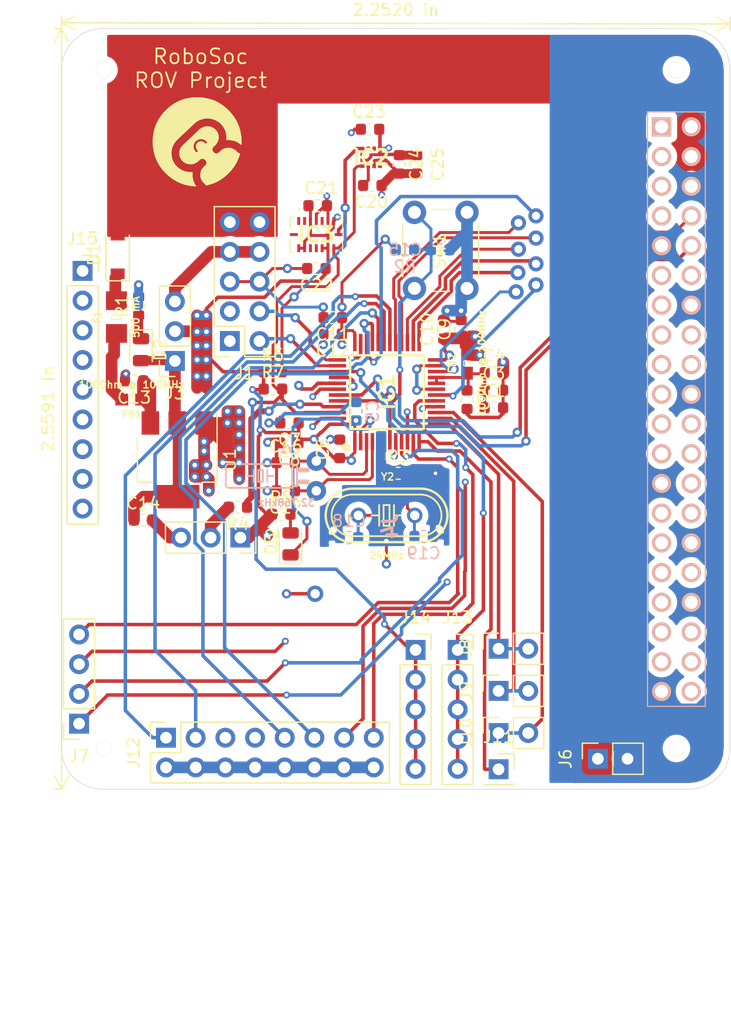
<source format=kicad_pcb>
(kicad_pcb (version 20171130) (host pcbnew 5.1.5+dfsg1-2build2)
  (layers (0 F.Cu signal) (1 In1.Cu power) (2 In2.Cu power) (31 B.Cu power) (34 B.Paste user) (35 F.Paste user) (36 B.SilkS user) (37 F.SilkS user) (38 B.Mask user) (39 F.Mask user) (44 Edge.Cuts user))
  (net 0 "")
  (net 1 +5V)
  (net 2 +3V3)
  (net 3 +3.3VA)
  (net 4 "Net-(D1-Pad1)")
  (net 5 "Net-(D2-Pad1)")
  (net 6 GND)
  (net 7 "Net-(C13-Pad1)")
  (net 8 +3.3VP)
  (net 9 NRST)
  (net 10 OSC32_IN)
  (net 11 OSC32_OUT)
  (net 12 OSC_IN)
  (net 13 "Net-(C19-Pad1)")
  (net 14 "Net-(D3-Pad2)")
  (net 15 PC13)
  (net 16 "Net-(F1-Pad1)")
  (net 17 BOOT0)
  (net 18 PB7)
  (net 19 PB6)
  (net 20 PB5)
  (net 21 PB4)
  (net 22 PB3)
  (net 23 PA12)
  (net 24 PA11)
  (net 25 PA10)
  (net 26 PA9)
  (net 27 PA8)
  (net 28 PB15)
  (net 29 PB14)
  (net 30 PB13)
  (net 31 PB12)
  (net 32 PB11)
  (net 33 PB10)
  (net 34 PB2)
  (net 35 PB1)
  (net 36 PB0)
  (net 37 PA7)
  (net 38 PA6)
  (net 39 PA5)
  (net 40 PA4)
  (net 41 OSC_OUT)
  (net 42 +3V3S)
  (net 43 SWIW)
  (net 44 "Net-(J2-Pad2)")
  (net 45 "Net-(J4-Pad40)")
  (net 46 "Net-(J4-Pad38)")
  (net 47 "Net-(J4-Pad37)")
  (net 48 "Net-(J4-Pad36)")
  (net 49 "Net-(J4-Pad35)")
  (net 50 "Net-(J4-Pad33)")
  (net 51 "Net-(J4-Pad32)")
  (net 52 "Net-(J4-Pad31)")
  (net 53 "Net-(J4-Pad29)")
  (net 54 "Net-(J4-Pad28)")
  (net 55 "Net-(J4-Pad27)")
  (net 56 "Net-(J4-Pad26)")
  (net 57 "Net-(J4-Pad24)")
  (net 58 "Net-(J4-Pad23)")
  (net 59 "Net-(J4-Pad22)")
  (net 60 "Net-(J4-Pad21)")
  (net 61 "Net-(J4-Pad19)")
  (net 62 "Net-(J4-Pad18)")
  (net 63 "Net-(J4-Pad17)")
  (net 64 "Net-(J4-Pad16)")
  (net 65 "Net-(J4-Pad15)")
  (net 66 "Net-(J4-Pad13)")
  (net 67 "Net-(J4-Pad12)")
  (net 68 "Net-(J4-Pad11)")
  (net 69 "Net-(J4-Pad7)")
  (net 70 "Net-(J4-Pad5)")
  (net 71 "Net-(J4-Pad3)")
  (net 72 "Net-(J4-Pad1)")
  (net 73 "Net-(C20-Pad1)")
  (net 74 I2C_SDA)
  (net 75 I2C_SCL)
  (net 76 ADC3)
  (net 77 ADC2)
  (net 78 ADC1)
  (net 79 ADC0)
  (net 80 "Net-(IC2-Pad12)")
  (net 81 "Net-(IC2-Pad11)")
  (net 82 "Net-(IC2-Pad7)")
  (net 83 "Net-(IC2-Pad2)")
  (net 84 "Net-(IC3-Pad16)")
  (net 85 "Net-(IC3-Pad13)")
  (net 86 "Net-(IC3-Pad12)")
  (net 87 "Net-(IC3-Pad5)")
  (net 88 "Net-(IC3-Pad1)")
  (net 89 "Net-(J15-Pad9)")
  (net 90 "Net-(J15-Pad8)")
  (net 91 "Net-(J15-Pad7)")
  (net 92 "Net-(J15-Pad6)")
  (net 93 "Net-(J15-Pad1)")
  (net 94 "Net-(IC3-Pad2)")
  (net 95 PA14)
  (net 96 PA13)
  (module RASPBERRY_PI_4B_+_Samtec_ESP-1:RASPBERRYPI4B4GB (layer B.Cu) (at 74.25 51.79 90)
    (fp_text reference J4 (at -34.13 -23.23 270) (layer B.SilkS) (effects (font (size 1.27 1.27) (thickness 0.254)) (justify mirror)))
    (fp_text value RASPBERRY_PI_4B_+_Samtec_ESP-120-33-G-D hide)
    (pad 44 thru_hole circle (at 4.87 -47.73) (size 1.35 1.35) (drill 2.7) (layers *.Cu *.Mask B.SilkS))
    (pad 43 thru_hole circle (at -53.13 -47.73) (size 1.35 1.35) (drill 2.7) (layers *.Cu *.Mask B.SilkS))
    (pad 42 thru_hole circle (at -53.13 1.27) (size 1.35 1.35) (drill 2.7) (layers *.Cu *.Mask B.SilkS))
    (pad 41 thru_hole circle (at 4.87 1.27) (size 1.35 1.35) (drill 2.7) (layers *.Cu *.Mask B.SilkS))
    (pad 40 thru_hole circle (at -48.26 2.54) (size 1.64 1.64) (drill 1.11) (layers *.Cu *.Mask B.SilkS) (net 45 "Net-(J4-Pad40)"))
    (pad 39 thru_hole circle (at -48.26 0) (size 1.64 1.64) (drill 1.11) (layers *.Cu *.Mask B.SilkS) (net 6 GND))
    (pad 38 thru_hole circle (at -45.72 2.54) (size 1.64 1.64) (drill 1.11) (layers *.Cu *.Mask B.SilkS) (net 46 "Net-(J4-Pad38)"))
    (pad 37 thru_hole circle (at -45.72 0) (size 1.64 1.64) (drill 1.11) (layers *.Cu *.Mask B.SilkS) (net 47 "Net-(J4-Pad37)"))
    (pad 36 thru_hole circle (at -43.18 2.54) (size 1.64 1.64) (drill 1.11) (layers *.Cu *.Mask B.SilkS) (net 48 "Net-(J4-Pad36)"))
    (pad 35 thru_hole circle (at -43.18 0) (size 1.64 1.64) (drill 1.11) (layers *.Cu *.Mask B.SilkS) (net 49 "Net-(J4-Pad35)"))
    (pad 34 thru_hole circle (at -40.64 2.54) (size 1.64 1.64) (drill 1.11) (layers *.Cu *.Mask B.SilkS) (net 6 GND))
    (pad 33 thru_hole circle (at -40.64 0) (size 1.64 1.64) (drill 1.11) (layers *.Cu *.Mask B.SilkS) (net 50 "Net-(J4-Pad33)"))
    (pad 32 thru_hole circle (at -38.1 2.54) (size 1.64 1.64) (drill 1.11) (layers *.Cu *.Mask B.SilkS) (net 51 "Net-(J4-Pad32)"))
    (pad 31 thru_hole circle (at -38.1 0) (size 1.64 1.64) (drill 1.11) (layers *.Cu *.Mask B.SilkS) (net 52 "Net-(J4-Pad31)"))
    (pad 30 thru_hole circle (at -35.56 2.54) (size 1.64 1.64) (drill 1.11) (layers *.Cu *.Mask B.SilkS) (net 6 GND))
    (pad 29 thru_hole circle (at -35.56 0) (size 1.64 1.64) (drill 1.11) (layers *.Cu *.Mask B.SilkS) (net 53 "Net-(J4-Pad29)"))
    (pad 28 thru_hole circle (at -33.02 2.54) (size 1.64 1.64) (drill 1.11) (layers *.Cu *.Mask B.SilkS) (net 54 "Net-(J4-Pad28)"))
    (pad 27 thru_hole circle (at -33.02 0) (size 1.64 1.64) (drill 1.11) (layers *.Cu *.Mask B.SilkS) (net 55 "Net-(J4-Pad27)"))
    (pad 26 thru_hole circle (at -30.48 2.54) (size 1.64 1.64) (drill 1.11) (layers *.Cu *.Mask B.SilkS) (net 56 "Net-(J4-Pad26)"))
    (pad 25 thru_hole circle (at -30.48 0) (size 1.64 1.64) (drill 1.11) (layers *.Cu *.Mask B.SilkS) (net 6 GND))
    (pad 24 thru_hole circle (at -27.94 2.54) (size 1.64 1.64) (drill 1.11) (layers *.Cu *.Mask B.SilkS) (net 57 "Net-(J4-Pad24)"))
    (pad 23 thru_hole circle (at -27.94 0) (size 1.64 1.64) (drill 1.11) (layers *.Cu *.Mask B.SilkS) (net 58 "Net-(J4-Pad23)"))
    (pad 22 thru_hole circle (at -25.4 2.54) (size 1.64 1.64) (drill 1.11) (layers *.Cu *.Mask B.SilkS) (net 59 "Net-(J4-Pad22)"))
    (pad 21 thru_hole circle (at -25.4 0) (size 1.64 1.64) (drill 1.11) (layers *.Cu *.Mask B.SilkS) (net 60 "Net-(J4-Pad21)"))
    (pad 20 thru_hole circle (at -22.86 2.54) (size 1.64 1.64) (drill 1.11) (layers *.Cu *.Mask B.SilkS) (net 6 GND))
    (pad 19 thru_hole circle (at -22.86 0) (size 1.64 1.64) (drill 1.11) (layers *.Cu *.Mask B.SilkS) (net 61 "Net-(J4-Pad19)"))
    (pad 18 thru_hole circle (at -20.32 2.54) (size 1.64 1.64) (drill 1.11) (layers *.Cu *.Mask B.SilkS) (net 62 "Net-(J4-Pad18)"))
    (pad 17 thru_hole circle (at -20.32 0) (size 1.64 1.64) (drill 1.11) (layers *.Cu *.Mask B.SilkS) (net 63 "Net-(J4-Pad17)"))
    (pad 16 thru_hole circle (at -17.78 2.54) (size 1.64 1.64) (drill 1.11) (layers *.Cu *.Mask B.SilkS) (net 64 "Net-(J4-Pad16)"))
    (pad 15 thru_hole circle (at -17.78 0) (size 1.64 1.64) (drill 1.11) (layers *.Cu *.Mask B.SilkS) (net 65 "Net-(J4-Pad15)"))
    (pad 14 thru_hole circle (at -15.24 2.54) (size 1.64 1.64) (drill 1.11) (layers *.Cu *.Mask B.SilkS) (net 6 GND))
    (pad 13 thru_hole circle (at -15.24 0) (size 1.64 1.64) (drill 1.11) (layers *.Cu *.Mask B.SilkS) (net 66 "Net-(J4-Pad13)"))
    (pad 12 thru_hole circle (at -12.7 2.54) (size 1.64 1.64) (drill 1.11) (layers *.Cu *.Mask B.SilkS) (net 67 "Net-(J4-Pad12)"))
    (pad 11 thru_hole circle (at -12.7 0) (size 1.64 1.64) (drill 1.11) (layers *.Cu *.Mask B.SilkS) (net 68 "Net-(J4-Pad11)"))
    (pad 10 thru_hole circle (at -10.16 2.54) (size 1.64 1.64) (drill 1.11) (layers *.Cu *.Mask B.SilkS) (net 19 PB6))
    (pad 9 thru_hole circle (at -10.16 0) (size 1.64 1.64) (drill 1.11) (layers *.Cu *.Mask B.SilkS) (net 6 GND))
    (pad 8 thru_hole circle (at -7.62 2.54) (size 1.64 1.64) (drill 1.11) (layers *.Cu *.Mask B.SilkS) (net 18 PB7))
    (pad 7 thru_hole circle (at -7.62 0) (size 1.64 1.64) (drill 1.11) (layers *.Cu *.Mask B.SilkS) (net 69 "Net-(J4-Pad7)"))
    (pad 6 thru_hole circle (at -5.08 2.54) (size 1.64 1.64) (drill 1.11) (layers *.Cu *.Mask B.SilkS) (net 6 GND))
    (pad 5 thru_hole circle (at -5.08 0) (size 1.64 1.64) (drill 1.11) (layers *.Cu *.Mask B.SilkS) (net 70 "Net-(J4-Pad5)"))
    (pad 4 thru_hole circle (at -2.54 2.54) (size 1.64 1.64) (drill 1.11) (layers *.Cu *.Mask B.SilkS) (net 1 +5V))
    (pad 3 thru_hole circle (at -2.54 0) (size 1.64 1.64) (drill 1.11) (layers *.Cu *.Mask B.SilkS) (net 71 "Net-(J4-Pad3)"))
    (pad 2 thru_hole circle (at 0 2.54) (size 1.64 1.64) (drill 1.11) (layers *.Cu *.Mask B.SilkS) (net 1 +5V))
    (pad 1 thru_hole rect (at 0 0) (size 1.64 1.64) (drill 1.11) (layers *.Cu *.Mask B.SilkS) (net 72 "Net-(J4-Pad1)"))
  )
  (module mod:robosoc_logo (layer F.Cu) (at 34.500874 52.900001)
    (fp_text reference G*** hide)
    (fp_text value LOGO hide)
  )
  (module Diode_SMD:D_SOD-123 (layer F.Cu) (at 27.700874 62.700001 90)
    (fp_text reference D1 (at 0 -2 90) (layer F.SilkS))
    (fp_text value 1N5819)
    (pad 2 smd rect (at 1.65 0 90) (size 0.9 1.2) (layers F.Cu F.Paste F.Mask) (net 1 +5V))
    (pad 1 smd rect (at -1.65 0 90) (size 0.9 1.2) (layers F.Cu F.Paste F.Mask) (net 4 "Net-(D1-Pad1)"))
  )
  (module STM32G431C6T6:QFP50P900X900X160-48N (layer F.Cu) (at 50.75 74.462 90)
    (fp_text reference IC1 (at 0 0 90) (layer F.SilkS) (effects (font (size 1.27 1.27) (thickness 0.254))))
    (fp_text value STM32G431C6T6-STM32G431C6T6 hide)
    (pad 48 smd rect (at -2.75 -4.238 90) (size 0.3 1.475) (layers F.Cu F.Paste F.Mask) (net 2 +3V3))
    (pad 47 smd rect (at -2.25 -4.238 90) (size 0.3 1.475) (layers F.Cu F.Paste F.Mask) (net 6 GND))
    (pad 46 smd rect (at -1.75 -4.238 90) (size 0.3 1.475) (layers F.Cu F.Paste F.Mask) (net 74 I2C_SDA))
    (pad 45 smd rect (at -1.25 -4.238 90) (size 0.3 1.475) (layers F.Cu F.Paste F.Mask) (net 17 BOOT0))
    (pad 44 smd rect (at -0.75 -4.238 90) (size 0.3 1.475) (layers F.Cu F.Paste F.Mask) (net 18 PB7))
    (pad 43 smd rect (at -0.25 -4.238 90) (size 0.3 1.475) (layers F.Cu F.Paste F.Mask) (net 19 PB6))
    (pad 42 smd rect (at 0.25 -4.238 90) (size 0.3 1.475) (layers F.Cu F.Paste F.Mask) (net 20 PB5))
    (pad 41 smd rect (at 0.75 -4.238 90) (size 0.3 1.475) (layers F.Cu F.Paste F.Mask) (net 21 PB4))
    (pad 40 smd rect (at 1.25 -4.238 90) (size 0.3 1.475) (layers F.Cu F.Paste F.Mask) (net 22 PB3))
    (pad 39 smd rect (at 1.75 -4.238 90) (size 0.3 1.475) (layers F.Cu F.Paste F.Mask) (net 75 I2C_SCL))
    (pad 38 smd rect (at 2.25 -4.238 90) (size 0.3 1.475) (layers F.Cu F.Paste F.Mask) (net 95 PA14))
    (pad 37 smd rect (at 2.75 -4.238 90) (size 0.3 1.475) (layers F.Cu F.Paste F.Mask) (net 96 PA13))
    (pad 36 smd rect (at 4.238 -2.75 180) (size 0.3 1.475) (layers F.Cu F.Paste F.Mask) (net 2 +3V3))
    (pad 35 smd rect (at 4.238 -2.25 180) (size 0.3 1.475) (layers F.Cu F.Paste F.Mask) (net 6 GND))
    (pad 34 smd rect (at 4.238 -1.75 180) (size 0.3 1.475) (layers F.Cu F.Paste F.Mask) (net 23 PA12))
    (pad 33 smd rect (at 4.238 -1.25 180) (size 0.3 1.475) (layers F.Cu F.Paste F.Mask) (net 24 PA11))
    (pad 32 smd rect (at 4.238 -0.75 180) (size 0.3 1.475) (layers F.Cu F.Paste F.Mask) (net 25 PA10))
    (pad 31 smd rect (at 4.238 -0.25 180) (size 0.3 1.475) (layers F.Cu F.Paste F.Mask) (net 26 PA9))
    (pad 30 smd rect (at 4.238 0.25 180) (size 0.3 1.475) (layers F.Cu F.Paste F.Mask) (net 27 PA8))
    (pad 29 smd rect (at 4.238 0.75 180) (size 0.3 1.475) (layers F.Cu F.Paste F.Mask) (net 28 PB15))
    (pad 28 smd rect (at 4.238 1.25 180) (size 0.3 1.475) (layers F.Cu F.Paste F.Mask) (net 29 PB14))
    (pad 27 smd rect (at 4.238 1.75 180) (size 0.3 1.475) (layers F.Cu F.Paste F.Mask) (net 30 PB13))
    (pad 26 smd rect (at 4.238 2.25 180) (size 0.3 1.475) (layers F.Cu F.Paste F.Mask) (net 31 PB12))
    (pad 25 smd rect (at 4.238 2.75 180) (size 0.3 1.475) (layers F.Cu F.Paste F.Mask) (net 32 PB11))
    (pad 24 smd rect (at 2.75 4.238 90) (size 0.3 1.475) (layers F.Cu F.Paste F.Mask) (net 2 +3V3))
    (pad 23 smd rect (at 2.25 4.238 90) (size 0.3 1.475) (layers F.Cu F.Paste F.Mask) (net 6 GND))
    (pad 22 smd rect (at 1.75 4.238 90) (size 0.3 1.475) (layers F.Cu F.Paste F.Mask) (net 33 PB10))
    (pad 21 smd rect (at 1.25 4.238 90) (size 0.3 1.475) (layers F.Cu F.Paste F.Mask) (net 3 +3.3VA))
    (pad 20 smd rect (at 0.75 4.238 90) (size 0.3 1.475) (layers F.Cu F.Paste F.Mask) (net 3 +3.3VA))
    (pad 19 smd rect (at 0.25 4.238 90) (size 0.3 1.475) (layers F.Cu F.Paste F.Mask) (net 6 GND))
    (pad 18 smd rect (at -0.25 4.238 90) (size 0.3 1.475) (layers F.Cu F.Paste F.Mask) (net 34 PB2))
    (pad 17 smd rect (at -0.75 4.238 90) (size 0.3 1.475) (layers F.Cu F.Paste F.Mask) (net 35 PB1))
    (pad 16 smd rect (at -1.25 4.238 90) (size 0.3 1.475) (layers F.Cu F.Paste F.Mask) (net 36 PB0))
    (pad 15 smd rect (at -1.75 4.238 90) (size 0.3 1.475) (layers F.Cu F.Paste F.Mask) (net 37 PA7))
    (pad 14 smd rect (at -2.25 4.238 90) (size 0.3 1.475) (layers F.Cu F.Paste F.Mask) (net 38 PA6))
    (pad 13 smd rect (at -2.75 4.238 90) (size 0.3 1.475) (layers F.Cu F.Paste F.Mask) (net 39 PA5))
    (pad 12 smd rect (at -4.238 2.75 180) (size 0.3 1.475) (layers F.Cu F.Paste F.Mask) (net 40 PA4))
    (pad 11 smd rect (at -4.238 2.25 180) (size 0.3 1.475) (layers F.Cu F.Paste F.Mask) (net 76 ADC3))
    (pad 10 smd rect (at -4.238 1.75 180) (size 0.3 1.475) (layers F.Cu F.Paste F.Mask) (net 77 ADC2))
    (pad 9 smd rect (at -4.238 1.25 180) (size 0.3 1.475) (layers F.Cu F.Paste F.Mask) (net 78 ADC1))
    (pad 8 smd rect (at -4.238 0.75 180) (size 0.3 1.475) (layers F.Cu F.Paste F.Mask) (net 79 ADC0))
    (pad 7 smd rect (at -4.238 0.25 180) (size 0.3 1.475) (layers F.Cu F.Paste F.Mask) (net 9 NRST))
    (pad 6 smd rect (at -4.238 -0.25 180) (size 0.3 1.475) (layers F.Cu F.Paste F.Mask) (net 41 OSC_OUT))
    (pad 5 smd rect (at -4.238 -0.75 180) (size 0.3 1.475) (layers F.Cu F.Paste F.Mask) (net 12 OSC_IN))
    (pad 4 smd rect (at -4.238 -1.25 180) (size 0.3 1.475) (layers F.Cu F.Paste F.Mask) (net 11 OSC32_OUT))
    (pad 3 smd rect (at -4.238 -1.75 180) (size 0.3 1.475) (layers F.Cu F.Paste F.Mask) (net 10 OSC32_IN))
    (pad 2 smd rect (at -4.238 -2.25 180) (size 0.3 1.475) (layers F.Cu F.Paste F.Mask) (net 15 PC13))
    (pad 1 smd rect (at -4.238 -2.75 180) (size 0.3 1.475) (layers F.Cu F.Paste F.Mask) (net 2 +3V3))
  )
  (module Resistor_SMD:R_0603_1608Metric (layer F.Cu) (at 40.9875 74.2)
    (fp_text reference R7 (at 0 -1.43) (layer F.SilkS))
    (fp_text value 4k7)
    (pad 2 smd roundrect (at 0.7875 0) (size 0.875 0.95) (layers F.Cu F.Paste F.Mask) (net 74 I2C_SDA))
    (pad 1 smd roundrect (at -0.7875 0) (size 0.875 0.95) (layers F.Cu F.Paste F.Mask) (net 2 +3V3))
  )
  (module Resistor_SMD:R_0603_1608Metric (layer F.Cu) (at 40.975 72.725)
    (fp_text reference R6 (at 0 -1.43) (layer F.SilkS))
    (fp_text value 4k7)
    (pad 2 smd roundrect (at 0.7875 0) (size 0.875 0.95) (layers F.Cu F.Paste F.Mask) (net 75 I2C_SCL))
    (pad 1 smd roundrect (at -0.7875 0) (size 0.875 0.95) (layers F.Cu F.Paste F.Mask) (net 2 +3V3))
  )
  (module Connector_PinSocket_2.54mm:PinSocket_1x09_P2.54mm_Vertical (layer F.Cu) (at 24.700874 64.100001)
    (fp_text reference J15 (at 0 -2.77) (layer F.SilkS))
    (fp_text value Conn_01x09_Male)
    (pad 9 thru_hole oval (at 0 20.32) (size 1.7 1.7) (drill 1) (layers *.Cu *.Mask) (net 89 "Net-(J15-Pad9)"))
    (pad 8 thru_hole oval (at 0 17.78) (size 1.7 1.7) (drill 1) (layers *.Cu *.Mask) (net 90 "Net-(J15-Pad8)"))
    (pad 7 thru_hole oval (at 0 15.24) (size 1.7 1.7) (drill 1) (layers *.Cu *.Mask) (net 91 "Net-(J15-Pad7)"))
    (pad 6 thru_hole oval (at 0 12.7) (size 1.7 1.7) (drill 1) (layers *.Cu *.Mask) (net 92 "Net-(J15-Pad6)"))
    (pad 5 thru_hole oval (at 0 10.16) (size 1.7 1.7) (drill 1) (layers *.Cu *.Mask) (net 74 I2C_SDA))
    (pad 4 thru_hole oval (at 0 7.62) (size 1.7 1.7) (drill 1) (layers *.Cu *.Mask) (net 75 I2C_SCL))
    (pad 3 thru_hole oval (at 0 5.08) (size 1.7 1.7) (drill 1) (layers *.Cu *.Mask) (net 6 GND))
    (pad 2 thru_hole oval (at 0 2.54) (size 1.7 1.7) (drill 1) (layers *.Cu *.Mask) (net 2 +3V3))
    (pad 1 thru_hole rect (at 0 0) (size 1.7 1.7) (drill 1) (layers *.Cu *.Mask) (net 93 "Net-(J15-Pad1)"))
  )
  (module Connector_PinSocket_2.54mm:PinSocket_1x05_P2.54mm_Vertical (layer F.Cu) (at 53.2 96.5)
    (fp_text reference J14 (at 0 -2.77) (layer F.SilkS))
    (fp_text value Conn_01x05_Male)
    (pad 5 thru_hole oval (at 0 10.16) (size 1.7 1.7) (drill 1) (layers *.Cu *.Mask) (net 74 I2C_SDA))
    (pad 4 thru_hole oval (at 0 7.62) (size 1.7 1.7) (drill 1) (layers *.Cu *.Mask) (net 74 I2C_SDA))
    (pad 3 thru_hole oval (at 0 5.08) (size 1.7 1.7) (drill 1) (layers *.Cu *.Mask) (net 74 I2C_SDA))
    (pad 2 thru_hole oval (at 0 2.54) (size 1.7 1.7) (drill 1) (layers *.Cu *.Mask) (net 74 I2C_SDA))
    (pad 1 thru_hole rect (at 0 0) (size 1.7 1.7) (drill 1) (layers *.Cu *.Mask) (net 74 I2C_SDA))
  )
  (module Connector_PinSocket_2.54mm:PinSocket_1x05_P2.54mm_Vertical (layer F.Cu) (at 56.8 96.5)
    (fp_text reference J13 (at 0 -2.77) (layer F.SilkS))
    (fp_text value Conn_01x05_Male)
    (pad 5 thru_hole oval (at 0 10.16) (size 1.7 1.7) (drill 1) (layers *.Cu *.Mask) (net 75 I2C_SCL))
    (pad 4 thru_hole oval (at 0 7.62) (size 1.7 1.7) (drill 1) (layers *.Cu *.Mask) (net 75 I2C_SCL))
    (pad 3 thru_hole oval (at 0 5.08) (size 1.7 1.7) (drill 1) (layers *.Cu *.Mask) (net 75 I2C_SCL))
    (pad 2 thru_hole oval (at 0 2.54) (size 1.7 1.7) (drill 1) (layers *.Cu *.Mask) (net 75 I2C_SCL))
    (pad 1 thru_hole rect (at 0 0) (size 1.7 1.7) (drill 1) (layers *.Cu *.Mask) (net 75 I2C_SCL))
  )
  (module Connector_PinSocket_2.54mm:PinSocket_2x08_P2.54mm_Vertical (layer F.Cu) (at 31.84 104 90)
    (fp_text reference J12 (at -1.27 -2.77 90) (layer F.SilkS))
    (fp_text value Conn_02x08_Odd_Even hide)
    (pad 16 thru_hole oval (at -2.54 17.78 90) (size 1.7 1.7) (drill 1) (layers *.Cu *.Mask) (net 6 GND))
    (pad 15 thru_hole oval (at 0 17.78 90) (size 1.7 1.7) (drill 1) (layers *.Cu *.Mask) (net 35 PB1))
    (pad 14 thru_hole oval (at -2.54 15.24 90) (size 1.7 1.7) (drill 1) (layers *.Cu *.Mask) (net 6 GND))
    (pad 13 thru_hole oval (at 0 15.24 90) (size 1.7 1.7) (drill 1) (layers *.Cu *.Mask) (net 36 PB0))
    (pad 12 thru_hole oval (at -2.54 12.7 90) (size 1.7 1.7) (drill 1) (layers *.Cu *.Mask) (net 6 GND))
    (pad 11 thru_hole oval (at 0 12.7 90) (size 1.7 1.7) (drill 1) (layers *.Cu *.Mask) (net 24 PA11))
    (pad 10 thru_hole oval (at -2.54 10.16 90) (size 1.7 1.7) (drill 1) (layers *.Cu *.Mask) (net 6 GND))
    (pad 9 thru_hole oval (at 0 10.16 90) (size 1.7 1.7) (drill 1) (layers *.Cu *.Mask) (net 25 PA10))
    (pad 8 thru_hole oval (at -2.54 7.62 90) (size 1.7 1.7) (drill 1) (layers *.Cu *.Mask) (net 6 GND))
    (pad 7 thru_hole oval (at 0 7.62 90) (size 1.7 1.7) (drill 1) (layers *.Cu *.Mask) (net 20 PB5))
    (pad 6 thru_hole oval (at -2.54 5.08 90) (size 1.7 1.7) (drill 1) (layers *.Cu *.Mask) (net 6 GND))
    (pad 5 thru_hole oval (at 0 5.08 90) (size 1.7 1.7) (drill 1) (layers *.Cu *.Mask) (net 21 PB4))
    (pad 4 thru_hole oval (at -2.54 2.54 90) (size 1.7 1.7) (drill 1) (layers *.Cu *.Mask) (net 6 GND))
    (pad 3 thru_hole oval (at 0 2.54 90) (size 1.7 1.7) (drill 1) (layers *.Cu *.Mask) (net 26 PA9))
    (pad 2 thru_hole oval (at -2.54 0 90) (size 1.7 1.7) (drill 1) (layers *.Cu *.Mask) (net 6 GND))
    (pad 1 thru_hole rect (at 0 0 90) (size 1.7 1.7) (drill 1) (layers *.Cu *.Mask) (net 27 PA8))
  )
  (module Connector_PinSocket_2.54mm:PinSocket_1x01_P2.54mm_Vertical (layer F.Cu) (at 60.3 106.7)
    (fp_text reference J11 (at 0 -2.77) (layer F.SilkS))
    (fp_text value Conn_01x01_Male)
    (pad 1 thru_hole rect (at 0 0) (size 1.7 1.7) (drill 1) (layers *.Cu *.Mask) (net 40 PA4))
  )
  (module Connector_PinSocket_2.54mm:PinSocket_1x02_P2.54mm_Vertical (layer F.Cu) (at 60.3 103.6 90)
    (fp_text reference J10 (at 0 -2.77 90) (layer F.SilkS))
    (fp_text value Conn_01x02_Male)
    (pad 2 thru_hole oval (at 0 2.54 90) (size 1.7 1.7) (drill 1) (layers *.Cu *.Mask) (net 37 PA7))
    (pad 1 thru_hole rect (at 0 0 90) (size 1.7 1.7) (drill 1) (layers *.Cu *.Mask) (net 37 PA7))
  )
  (module Connector_PinSocket_2.54mm:PinSocket_1x02_P2.54mm_Vertical (layer F.Cu) (at 60.3 100 90)
    (fp_text reference J9 (at 0 -2.77 90) (layer F.SilkS))
    (fp_text value Conn_01x02_Male)
    (pad 2 thru_hole oval (at 0 2.54 90) (size 1.7 1.7) (drill 1) (layers *.Cu *.Mask) (net 38 PA6))
    (pad 1 thru_hole rect (at 0 0 90) (size 1.7 1.7) (drill 1) (layers *.Cu *.Mask) (net 38 PA6))
  )
  (module Connector_PinSocket_2.54mm:PinSocket_1x02_P2.54mm_Vertical (layer F.Cu) (at 60.3 96.4 90)
    (fp_text reference J8 (at 0 -2.77 90) (layer F.SilkS))
    (fp_text value Conn_01x02_Male)
    (pad 2 thru_hole oval (at 0 2.54 90) (size 1.7 1.7) (drill 1) (layers *.Cu *.Mask) (net 39 PA5))
    (pad 1 thru_hole rect (at 0 0 90) (size 1.7 1.7) (drill 1) (layers *.Cu *.Mask) (net 39 PA5))
  )
  (module Connector_PinSocket_2.54mm:PinSocket_1x04_P2.54mm_Vertical (layer F.Cu) (at 24.4 102.8 180)
    (fp_text reference J7 (at 0 -2.77) (layer F.SilkS))
    (fp_text value Conn_01x04_Male)
    (pad 4 thru_hole oval (at 0 7.62 180) (size 1.7 1.7) (drill 1) (layers *.Cu *.Mask) (net 76 ADC3))
    (pad 3 thru_hole oval (at 0 5.08 180) (size 1.7 1.7) (drill 1) (layers *.Cu *.Mask) (net 77 ADC2))
    (pad 2 thru_hole oval (at 0 2.54 180) (size 1.7 1.7) (drill 1) (layers *.Cu *.Mask) (net 78 ADC1))
    (pad 1 thru_hole rect (at 0 0 180) (size 1.7 1.7) (drill 1) (layers *.Cu *.Mask) (net 79 ADC0))
  )
  (module Connector_PinSocket_2.54mm:PinSocket_1x02_P2.54mm_Vertical (layer F.Cu) (at 68.8 105.8 90)
    (fp_text reference J6 (at 0 -2.77 90) (layer F.SilkS))
    (fp_text value Conn_01x02_Male)
    (pad 2 thru_hole oval (at 0 2.54 90) (size 1.7 1.7) (drill 1) (layers *.Cu *.Mask) (net 6 GND))
    (pad 1 thru_hole rect (at 0 0 90) (size 1.7 1.7) (drill 1) (layers *.Cu *.Mask) (net 1 +5V))
  )
  (module BMI088:BMI088 (layer F.Cu) (at 44.7 61)
    (fp_text reference IC3 (at 0 0) (layer F.SilkS) (effects (font (size 1.27 1.27) (thickness 0.254))))
    (fp_text value BMI088 hide)
    (pad 16 smd rect (at -1.915 0 90) (size 0.25 0.675) (layers F.Cu F.Paste F.Mask) (net 84 "Net-(IC3-Pad16)"))
    (pad 15 smd rect (at -1.5 1.165) (size 0.25 0.675) (layers F.Cu F.Paste F.Mask) (net 2 +3V3))
    (pad 14 smd rect (at -1 1.165) (size 0.25 0.675) (layers F.Cu F.Paste F.Mask) (net 2 +3V3))
    (pad 13 smd rect (at -0.5 1.165) (size 0.25 0.675) (layers F.Cu F.Paste F.Mask) (net 85 "Net-(IC3-Pad13)"))
    (pad 12 smd rect (at 0 1.165) (size 0.25 0.675) (layers F.Cu F.Paste F.Mask) (net 86 "Net-(IC3-Pad12)"))
    (pad 11 smd rect (at 0.5 1.165) (size 0.25 0.675) (layers F.Cu F.Paste F.Mask) (net 2 +3V3))
    (pad 10 smd rect (at 1 1.165) (size 0.25 0.675) (layers F.Cu F.Paste F.Mask) (net 2 +3V3))
    (pad 9 smd rect (at 1.5 1.165) (size 0.25 0.675) (layers F.Cu F.Paste F.Mask) (net 74 I2C_SDA))
    (pad 8 smd rect (at 1.915 0 90) (size 0.25 0.675) (layers F.Cu F.Paste F.Mask) (net 75 I2C_SCL))
    (pad 7 smd rect (at 1.5 -1.165) (size 0.25 0.675) (layers F.Cu F.Paste F.Mask) (net 2 +3V3))
    (pad 6 smd rect (at 1 -1.165) (size 0.25 0.675) (layers F.Cu F.Paste F.Mask) (net 6 GND))
    (pad 5 smd rect (at 0.5 -1.165) (size 0.25 0.675) (layers F.Cu F.Paste F.Mask) (net 87 "Net-(IC3-Pad5)"))
    (pad 4 smd rect (at 0 -1.165) (size 0.25 0.675) (layers F.Cu F.Paste F.Mask) (net 6 GND))
    (pad 3 smd rect (at -0.5 -1.165) (size 0.25 0.675) (layers F.Cu F.Paste F.Mask) (net 2 +3V3))
    (pad 2 smd rect (at -1 -1.165) (size 0.25 0.675) (layers F.Cu F.Paste F.Mask) (net 94 "Net-(IC3-Pad2)"))
    (pad 1 smd rect (at -1.5 -1.165) (size 0.25 0.675) (layers F.Cu F.Paste F.Mask) (net 88 "Net-(IC3-Pad1)"))
  )
  (module IIS2MDCTR:IIS2MDCTR (layer F.Cu) (at 49.4 54.4)
    (fp_text reference IC2 (at 0 0) (layer F.SilkS) (effects (font (size 1.27 1.27) (thickness 0.254))))
    (fp_text value IIS2MDCTR hide)
    (pad 12 smd rect (at -0.25 -0.75) (size 0.3 0.35) (layers F.Cu F.Paste F.Mask) (net 80 "Net-(IC2-Pad12)"))
    (pad 11 smd rect (at 0.25 -0.75) (size 0.3 0.35) (layers F.Cu F.Paste F.Mask) (net 81 "Net-(IC2-Pad11)"))
    (pad 10 smd rect (at 0.75 -0.75 90) (size 0.3 0.35) (layers F.Cu F.Paste F.Mask) (net 2 +3V3))
    (pad 9 smd rect (at 0.75 -0.25 90) (size 0.3 0.35) (layers F.Cu F.Paste F.Mask) (net 2 +3V3))
    (pad 8 smd rect (at 0.75 0.25 90) (size 0.3 0.35) (layers F.Cu F.Paste F.Mask) (net 6 GND))
    (pad 7 smd rect (at 0.75 0.75 90) (size 0.3 0.35) (layers F.Cu F.Paste F.Mask) (net 82 "Net-(IC2-Pad7)"))
    (pad 6 smd rect (at 0.25 0.75) (size 0.3 0.35) (layers F.Cu F.Paste F.Mask) (net 6 GND))
    (pad 5 smd rect (at -0.25 0.75) (size 0.3 0.35) (layers F.Cu F.Paste F.Mask) (net 73 "Net-(C20-Pad1)"))
    (pad 4 smd rect (at -0.75 0.75 90) (size 0.3 0.35) (layers F.Cu F.Paste F.Mask) (net 74 I2C_SDA))
    (pad 3 smd rect (at -0.75 0.25 90) (size 0.3 0.35) (layers F.Cu F.Paste F.Mask) (net 2 +3V3))
    (pad 2 smd rect (at -0.75 -0.25 90) (size 0.3 0.35) (layers F.Cu F.Paste F.Mask) (net 83 "Net-(IC2-Pad2)"))
    (pad 1 smd rect (at -0.75 -0.75 90) (size 0.3 0.35) (layers F.Cu F.Paste F.Mask) (net 75 I2C_SCL))
  )
  (module Capacitor_SMD:C_0603_1608Metric (layer F.Cu) (at 53.3 55 270)
    (fp_text reference C25 (at 0 -1.8 90) (layer F.SilkS))
    (fp_text value 10uF)
    (pad 2 smd roundrect (at 0.7875 0 270) (size 0.875 0.95) (layers F.Cu F.Paste F.Mask) (net 6 GND))
    (pad 1 smd roundrect (at -0.7875 0 270) (size 0.875 0.95) (layers F.Cu F.Paste F.Mask) (net 2 +3V3))
  )
  (module Capacitor_SMD:C_0603_1608Metric (layer F.Cu) (at 51.8 55 270)
    (fp_text reference C24 (at 0 -1.43 90) (layer F.SilkS))
    (fp_text value 100nF)
    (pad 2 smd roundrect (at 0.7875 0 270) (size 0.875 0.95) (layers F.Cu F.Paste F.Mask) (net 6 GND))
    (pad 1 smd roundrect (at -0.7875 0 270) (size 0.875 0.95) (layers F.Cu F.Paste F.Mask) (net 2 +3V3))
  )
  (module Capacitor_SMD:C_0603_1608Metric (layer F.Cu) (at 49.3 52 180)
    (fp_text reference C23 (at 0.1 1.5) (layer F.SilkS))
    (fp_text value 100nF)
    (pad 2 smd roundrect (at 0.7875 0 180) (size 0.875 0.95) (layers F.Cu F.Paste F.Mask) (net 6 GND))
    (pad 1 smd roundrect (at -0.7875 0 180) (size 0.875 0.95) (layers F.Cu F.Paste F.Mask) (net 2 +3V3))
  )
  (module Capacitor_SMD:C_0603_1608Metric (layer F.Cu) (at 44.7125 63.9 180)
    (fp_text reference C22 (at 0 -1.43) (layer F.SilkS))
    (fp_text value 100nF)
    (pad 2 smd roundrect (at 0.7875 0 180) (size 0.875 0.95) (layers F.Cu F.Paste F.Mask) (net 6 GND))
    (pad 1 smd roundrect (at -0.7875 0 180) (size 0.875 0.95) (layers F.Cu F.Paste F.Mask) (net 2 +3V3))
  )
  (module Capacitor_SMD:C_0603_1608Metric (layer F.Cu) (at 44.82 58.53)
    (fp_text reference C21 (at 0.3125 -1.5) (layer F.SilkS))
    (fp_text value 100nF)
    (pad 2 smd roundrect (at 0.7875 0) (size 0.875 0.95) (layers F.Cu F.Paste F.Mask) (net 6 GND))
    (pad 1 smd roundrect (at -0.7875 0) (size 0.875 0.95) (layers F.Cu F.Paste F.Mask) (net 2 +3V3))
  )
  (module Capacitor_SMD:C_0603_1608Metric (layer F.Cu) (at 49.5 56.8)
    (fp_text reference C20 (at -0.1 1.4) (layer F.SilkS))
    (fp_text value 220nF)
    (pad 2 smd roundrect (at 0.7875 0) (size 0.875 0.95) (layers F.Cu F.Paste F.Mask) (net 6 GND))
    (pad 1 smd roundrect (at -0.7875 0) (size 0.875 0.95) (layers F.Cu F.Paste F.Mask) (net 73 "Net-(C20-Pad1)"))
  )
  (module Capacitor_SMD:C_0603_1608Metric (layer F.Cu) (at 57.600874 75.1125 270)
    (fp_text reference C2 (at 0 -1.43 90) (layer F.SilkS))
    (fp_text value 100nF)
    (pad 2 smd roundrect (at 0.7875 0 270) (size 0.875 0.95) (layers F.Cu F.Paste F.Mask) (net 6 GND))
    (pad 1 smd roundrect (at -0.7875 0 270) (size 0.875 0.95) (layers F.Cu F.Paste F.Mask) (net 3 +3.3VA))
  )
  (module Capacitor_SMD:C_0603_1608Metric (layer F.Cu) (at 42.4 77.1 180)
    (fp_text reference C7 (at 0 -1.43) (layer F.SilkS))
    (fp_text value 10uF)
    (pad 2 smd roundrect (at 0.7875 0 180) (size 0.875 0.95) (layers F.Cu F.Paste F.Mask) (net 6 GND))
    (pad 1 smd roundrect (at -0.7875 0 180) (size 0.875 0.95) (layers F.Cu F.Paste F.Mask) (net 2 +3V3))
  )
  (module Clocks:HC49U (layer F.Cu) (at 50.713 85)
    (fp_text reference Y2 (at 0.087 -3.3) (layer F.SilkS) (effects (font (size 0.6096 0.6096) (thickness 0.127))))
    (fp_text value 24MHz (at 0 3.429) (layer F.SilkS) (effects (font (size 0.6096 0.6096) (thickness 0.127))))
    (pad 2 thru_hole circle (at 2.413 0) (size 1.3208 1.3208) (drill 0.8128) (layers *.Cu *.Mask) (net 13 "Net-(C19-Pad1)"))
    (pad 1 thru_hole circle (at -2.413 0) (size 1.3208 1.3208) (drill 0.8128) (layers *.Cu *.Mask) (net 12 OSC_IN))
  )
  (module Clocks:CRYSTAL-PTH-2X6-CYL (layer B.Cu) (at 44.7 81.63 270)
    (fp_text reference Y1 (at -2.286 2.54) (layer B.SilkS) (effects (font (size 0.6096 0.6096) (thickness 0.127)) (justify mirror)))
    (fp_text value 32.768kHz (at 2.286 2.54) (layer B.SilkS) (effects (font (size 0.6096 0.6096) (thickness 0.127)) (justify mirror)))
    (pad 2 thru_hole circle (at 1.27 0 270) (size 1.6764 1.6764) (drill 0.8128) (layers *.Cu *.Mask) (net 11 OSC32_OUT))
    (pad 1 thru_hole circle (at -1.27 0 270) (size 1.6764 1.6764) (drill 0.8128) (layers *.Cu *.Mask) (net 10 OSC32_IN))
  )
  (module Package_TO_SOT_SMD:SOT-223-3_TabPin2 (layer F.Cu) (at 32.8 80.25 270)
    (fp_text reference U1 (at 0 -4.5 90) (layer F.SilkS))
    (fp_text value AMS1117-3.3)
    (pad 1 smd rect (at -3.15 -2.3 270) (size 2 1.5) (layers F.Cu F.Paste F.Mask) (net 6 GND))
    (pad 3 smd rect (at -3.15 2.3 270) (size 2 1.5) (layers F.Cu F.Paste F.Mask) (net 7 "Net-(C13-Pad1)"))
    (pad 2 smd rect (at -3.15 0 270) (size 2 1.5) (layers F.Cu F.Paste F.Mask) (net 8 +3.3VP))
    (pad 2 smd rect (at 3.15 0 270) (size 2 3.8) (layers F.Cu F.Paste F.Mask) (net 8 +3.3VP))
  )
  (module Button_Switch_THT:SW_PUSH_6mm_H5mm (layer F.Cu) (at 53.1 65.6 90)
    (fp_text reference SW1 (at 3.2107 2.1606 90) (layer F.SilkS))
    (fp_text value SW_Push)
    (pad 1 thru_hole circle (at 6.5 0 180) (size 2 2) (drill 1.1) (layers *.Cu *.Mask) (net 9 NRST))
    (pad 2 thru_hole circle (at 6.5 4.5 180) (size 2 2) (drill 1.1) (layers *.Cu *.Mask) (net 6 GND))
    (pad 1 thru_hole circle (at 0 0 180) (size 2 2) (drill 1.1) (layers *.Cu *.Mask) (net 9 NRST))
    (pad 2 thru_hole circle (at 0 4.5 180) (size 2 2) (drill 1.1) (layers *.Cu *.Mask) (net 6 GND))
  )
  (module Resistor_SMD:R_0603_1608Metric (layer F.Cu) (at 41.7 84.9)
    (fp_text reference R5 (at 0 -1.43) (layer F.SilkS))
    (fp_text value 2.2k)
    (pad 2 smd roundrect (at 0.7875 0) (size 0.875 0.95) (layers F.Cu F.Paste F.Mask) (net 14 "Net-(D3-Pad2)"))
    (pad 1 smd roundrect (at -0.7875 0) (size 0.875 0.95) (layers F.Cu F.Paste F.Mask) (net 2 +3V3))
  )
  (module Resistor_SMD:R_0603_1608Metric (layer F.Cu) (at 37.9875 84.3 180)
    (fp_text reference R4 (at 0 -1.43) (layer F.SilkS))
    (fp_text value 10k)
    (pad 2 smd roundrect (at 0.7875 0 180) (size 0.875 0.95) (layers F.Cu F.Paste F.Mask) (net 44 "Net-(J2-Pad2)"))
    (pad 1 smd roundrect (at -0.7875 0 180) (size 0.875 0.95) (layers F.Cu F.Paste F.Mask) (net 17 BOOT0))
  )
  (module Resistor_SMD:R_0603_1608Metric (layer F.Cu) (at 51.7125 81.4)
    (fp_text reference R3 (at 0 -1.43) (layer F.SilkS))
    (fp_text value 330)
    (pad 2 smd roundrect (at 0.7875 0) (size 0.875 0.95) (layers F.Cu F.Paste F.Mask) (net 13 "Net-(C19-Pad1)"))
    (pad 1 smd roundrect (at -0.7875 0) (size 0.875 0.95) (layers F.Cu F.Paste F.Mask) (net 41 OSC_OUT))
  )
  (module Resistor_SMD:R_0603_1608Metric (layer B.Cu) (at 52.2875 62.3)
    (fp_text reference R2 (at 0 1.43 180) (layer B.SilkS) (effects (justify mirror)))
    (fp_text value 10k)
    (pad 2 smd roundrect (at 0.7875 0) (size 0.875 0.95) (layers B.Cu B.Paste B.Mask) (net 9 NRST))
    (pad 1 smd roundrect (at -0.7875 0) (size 0.875 0.95) (layers B.Cu B.Paste B.Mask) (net 2 +3V3))
  )
  (module Resistor_SMD:R_0603_1608Metric (layer F.Cu) (at 29.5 67.1125 90)
    (fp_text reference R1 (at 0 -1.43 90) (layer F.SilkS))
    (fp_text value 2.2k)
    (pad 2 smd roundrect (at 0.7875 0 90) (size 0.875 0.95) (layers F.Cu F.Paste F.Mask) (net 6 GND))
    (pad 1 smd roundrect (at -0.7875 0 90) (size 0.875 0.95) (layers F.Cu F.Paste F.Mask) (net 5 "Net-(D2-Pad1)"))
  )
  (module Connector_PinSocket_2.54mm:PinSocket_1x03_P2.54mm_Vertical (layer F.Cu) (at 32.6 71.8 180)
    (fp_text reference J3 (at 0 -2.77) (layer F.SilkS))
    (fp_text value Conn_01x03_Male)
    (pad 3 thru_hole oval (at 0 5.08 180) (size 1.7 1.7) (drill 1) (layers *.Cu *.Mask) (net 42 +3V3S))
    (pad 2 thru_hole oval (at 0 2.54 180) (size 1.7 1.7) (drill 1) (layers *.Cu *.Mask) (net 2 +3V3))
    (pad 1 thru_hole rect (at 0 0 180) (size 1.7 1.7) (drill 1) (layers *.Cu *.Mask) (net 8 +3.3VP))
  )
  (module Connector_PinSocket_2.54mm:PinSocket_1x03_P2.54mm_Vertical (layer F.Cu) (at 38.2 86.9 270)
    (fp_text reference J2 (at 0 -2.77 90) (layer F.SilkS))
    (fp_text value Conn_01x03_Male)
    (pad 3 thru_hole oval (at 0 5.08 270) (size 1.7 1.7) (drill 1) (layers *.Cu *.Mask) (net 6 GND))
    (pad 2 thru_hole oval (at 0 2.54 270) (size 1.7 1.7) (drill 1) (layers *.Cu *.Mask) (net 44 "Net-(J2-Pad2)"))
    (pad 1 thru_hole rect (at 0 0 270) (size 1.7 1.7) (drill 1) (layers *.Cu *.Mask) (net 2 +3V3))
  )
  (module Connector_PinSocket_2.54mm:PinSocket_2x05_P2.54mm_Vertical (layer F.Cu) (at 37.3 70.1 180)
    (fp_text reference J1 (at -1.27 -2.77) (layer F.SilkS))
    (fp_text value Conn_02x05_Odd_Even)
    (pad 10 thru_hole oval (at -2.54 10.16 180) (size 1.7 1.7) (drill 1) (layers *.Cu *.Mask) (net 1 +5V))
    (pad 9 thru_hole oval (at 0 10.16 180) (size 1.7 1.7) (drill 1) (layers *.Cu *.Mask) (net 1 +5V))
    (pad 8 thru_hole oval (at -2.54 7.62 180) (size 1.7 1.7) (drill 1) (layers *.Cu *.Mask) (net 42 +3V3S))
    (pad 7 thru_hole oval (at 0 7.62 180) (size 1.7 1.7) (drill 1) (layers *.Cu *.Mask) (net 42 +3V3S))
    (pad 6 thru_hole oval (at -2.54 5.08 180) (size 1.7 1.7) (drill 1) (layers *.Cu *.Mask) (net 6 GND))
    (pad 5 thru_hole oval (at 0 5.08 180) (size 1.7 1.7) (drill 1) (layers *.Cu *.Mask) (net 6 GND))
    (pad 4 thru_hole oval (at -2.54 2.54 180) (size 1.7 1.7) (drill 1) (layers *.Cu *.Mask) (net 96 PA13))
    (pad 3 thru_hole oval (at 0 2.54 180) (size 1.7 1.7) (drill 1) (layers *.Cu *.Mask) (net 43 SWIW))
    (pad 2 thru_hole oval (at -2.54 0 180) (size 1.7 1.7) (drill 1) (layers *.Cu *.Mask) (net 95 PA14))
    (pad 1 thru_hole rect (at 0 0 180) (size 1.7 1.7) (drill 1) (layers *.Cu *.Mask) (net 9 NRST))
  )
  (module Resistors:0603 (layer F.Cu) (at 57.6 72.000001 90)
    (fp_text reference FB2 (at 0 -1.27 90) (layer F.SilkS) (effects (font (size 0.6096 0.6096) (thickness 0.127))))
    (fp_text value "100Ohm @ 100MHz" (at 0 1.27 90) (layer F.SilkS) (effects (font (size 0.6096 0.6096) (thickness 0.127))))
    (pad 2 smd rect (at 0.84836 0 90) (size 1.09982 0.99822) (layers F.Cu F.Paste F.Mask) (net 2 +3V3))
    (pad 1 smd rect (at -0.84836 0 90) (size 1.09982 0.99822) (layers F.Cu F.Paste F.Mask) (net 3 +3.3VA))
  )
  (module Resistors:0603 (layer F.Cu) (at 28.9 75.1 180)
    (fp_text reference FB1 (at 0 -1.27) (layer F.SilkS) (effects (font (size 0.6096 0.6096) (thickness 0.127))))
    (fp_text value "100Ohm @ 100MHz" (at 0 1.27) (layer F.SilkS) (effects (font (size 0.6096 0.6096) (thickness 0.127))))
    (pad 2 smd rect (at 0.84836 0 180) (size 1.09982 0.99822) (layers F.Cu F.Paste F.Mask) (net 16 "Net-(F1-Pad1)"))
    (pad 1 smd rect (at -0.84836 0 180) (size 1.09982 0.99822) (layers F.Cu F.Paste F.Mask) (net 7 "Net-(C13-Pad1)"))
  )
  (module Resistors:1206 (layer F.Cu) (at 27.600874 68.04954 90)
    (fp_text reference F1 (at 0 -1.651 90) (layer F.SilkS) (effects (font (size 0.6096 0.6096) (thickness 0.127))))
    (fp_text value "500 mA" (at 0 1.651 90) (layer F.SilkS) (effects (font (size 0.6096 0.6096) (thickness 0.127))))
    (pad 2 smd rect (at 1.39954 0 90) (size 1.59766 1.79832) (layers F.Cu F.Paste F.Mask) (net 4 "Net-(D1-Pad1)"))
    (pad 1 smd rect (at -1.39954 0 90) (size 1.59766 1.79832) (layers F.Cu F.Paste F.Mask) (net 16 "Net-(F1-Pad1)"))
  )
  (module LED_SMD:LED_0805_2012Metric (layer F.Cu) (at 42.5 87.4375 90)
    (fp_text reference D3 (at 0 -1.65 90) (layer F.SilkS))
    (fp_text value LED)
    (pad 2 smd roundrect (at 0.9375 0 90) (size 0.975 1.4) (layers F.Cu F.Paste F.Mask) (net 14 "Net-(D3-Pad2)"))
    (pad 1 smd roundrect (at -0.9375 0 90) (size 0.975 1.4) (layers F.Cu F.Paste F.Mask) (net 15 PC13))
  )
  (module LED_SMD:LED_0805_2012Metric (layer F.Cu) (at 29.700874 70.8375 270)
    (fp_text reference D2 (at 0 -1.65 90) (layer F.SilkS))
    (fp_text value LED)
    (pad 2 smd roundrect (at 0.9375 0 270) (size 0.975 1.4) (layers F.Cu F.Paste F.Mask) (net 8 +3.3VP))
    (pad 1 smd roundrect (at -0.9375 0 270) (size 0.975 1.4) (layers F.Cu F.Paste F.Mask) (net 5 "Net-(D2-Pad1)"))
  )
  (module Capacitor_SMD:C_0603_1608Metric (layer B.Cu) (at 53.8875 86.8)
    (fp_text reference C19 (at 0 1.43 180) (layer B.SilkS) (effects (justify mirror)))
    (fp_text value 20pF)
    (pad 2 smd roundrect (at 0.7875 0) (size 0.875 0.95) (layers B.Cu B.Paste B.Mask) (net 6 GND))
    (pad 1 smd roundrect (at -0.7875 0) (size 0.875 0.95) (layers B.Cu B.Paste B.Mask) (net 13 "Net-(C19-Pad1)"))
  )
  (module Capacitor_SMD:C_0603_1608Metric (layer B.Cu) (at 47.5 86.9 180)
    (fp_text reference C18 (at 0 1.43) (layer B.SilkS) (effects (justify mirror)))
    (fp_text value 20pF)
    (pad 2 smd roundrect (at 0.7875 0 180) (size 0.875 0.95) (layers B.Cu B.Paste B.Mask) (net 6 GND))
    (pad 1 smd roundrect (at -0.7875 0 180) (size 0.875 0.95) (layers B.Cu B.Paste B.Mask) (net 12 OSC_IN))
  )
  (module Capacitor_SMD:C_0603_1608Metric (layer F.Cu) (at 42.0875 82.9 180)
    (fp_text reference C17 (at 0 -1.43) (layer F.SilkS))
    (fp_text value 6.8pF)
    (pad 2 smd roundrect (at 0.7875 0 180) (size 0.875 0.95) (layers F.Cu F.Paste F.Mask) (net 6 GND))
    (pad 1 smd roundrect (at -0.7875 0 180) (size 0.875 0.95) (layers F.Cu F.Paste F.Mask) (net 11 OSC32_OUT))
  )
  (module Capacitor_SMD:C_0603_1608Metric (layer F.Cu) (at 42.0875 80.5 180)
    (fp_text reference C16 (at 0 1.4) (layer F.SilkS))
    (fp_text value 6.8pF)
    (pad 2 smd roundrect (at 0.7875 0 180) (size 0.875 0.95) (layers F.Cu F.Paste F.Mask) (net 6 GND))
    (pad 1 smd roundrect (at -0.7875 0 180) (size 0.875 0.95) (layers F.Cu F.Paste F.Mask) (net 10 OSC32_IN))
  )
  (module Capacitor_SMD:C_0603_1608Metric (layer B.Cu) (at 55.3 62.3)
    (fp_text reference C15 (at -2.9875 0 180) (layer B.SilkS) (effects (justify mirror)))
    (fp_text value 100nF)
    (pad 2 smd roundrect (at 0.7875 0) (size 0.875 0.95) (layers B.Cu B.Paste B.Mask) (net 6 GND))
    (pad 1 smd roundrect (at -0.7875 0) (size 0.875 0.95) (layers B.Cu B.Paste B.Mask) (net 9 NRST))
  )
  (module Capacitor_SMD:C_0603_1608Metric (layer F.Cu) (at 29.8875 85.4)
    (fp_text reference C14 (at 0 -1.43) (layer F.SilkS))
    (fp_text value 10u)
    (pad 2 smd roundrect (at 0.7875 0) (size 0.875 0.95) (layers F.Cu F.Paste F.Mask) (net 6 GND))
    (pad 1 smd roundrect (at -0.7875 0) (size 0.875 0.95) (layers F.Cu F.Paste F.Mask) (net 8 +3.3VP))
  )
  (module Capacitor_SMD:C_0603_1608Metric (layer F.Cu) (at 29.1125 73.5 180)
    (fp_text reference C13 (at 0 -1.43) (layer F.SilkS))
    (fp_text value 10u)
    (pad 2 smd roundrect (at 0.7875 0 180) (size 0.875 0.95) (layers F.Cu F.Paste F.Mask) (net 6 GND))
    (pad 1 smd roundrect (at -0.7875 0 180) (size 0.875 0.95) (layers F.Cu F.Paste F.Mask) (net 7 "Net-(C13-Pad1)"))
  )
  (module Capacitor_SMD:C_0603_1608Metric (layer F.Cu) (at 46.1 69.5 180)
    (fp_text reference C12 (at 0 -1.43) (layer F.SilkS))
    (fp_text value 100nF)
    (pad 2 smd roundrect (at 0.7875 0 180) (size 0.875 0.95) (layers F.Cu F.Paste F.Mask) (net 6 GND))
    (pad 1 smd roundrect (at -0.7875 0 180) (size 0.875 0.95) (layers F.Cu F.Paste F.Mask) (net 2 +3V3))
  )
  (module Capacitor_SMD:C_0603_1608Metric (layer F.Cu) (at 46.1125 68.1 180)
    (fp_text reference C11 (at 0 -1.43) (layer F.SilkS))
    (fp_text value 10uF)
    (pad 2 smd roundrect (at 0.7875 0 180) (size 0.875 0.95) (layers F.Cu F.Paste F.Mask) (net 6 GND))
    (pad 1 smd roundrect (at -0.7875 0 180) (size 0.875 0.95) (layers F.Cu F.Paste F.Mask) (net 2 +3V3))
  )
  (module Capacitor_SMD:C_0603_1608Metric (layer F.Cu) (at 55.6 69.1 90)
    (fp_text reference C10 (at 0 -1.43 90) (layer F.SilkS))
    (fp_text value 100nF)
    (pad 2 smd roundrect (at 0.7875 0 90) (size 0.875 0.95) (layers F.Cu F.Paste F.Mask) (net 6 GND))
    (pad 1 smd roundrect (at -0.7875 0 90) (size 0.875 0.95) (layers F.Cu F.Paste F.Mask) (net 2 +3V3))
  )
  (module Capacitor_SMD:C_0603_1608Metric (layer F.Cu) (at 57.1 69.0875 90)
    (fp_text reference C9 (at 0 -1.43 90) (layer F.SilkS))
    (fp_text value 10uF)
    (pad 2 smd roundrect (at 0.7875 0 90) (size 0.875 0.95) (layers F.Cu F.Paste F.Mask) (net 6 GND))
    (pad 1 smd roundrect (at -0.7875 0 90) (size 0.875 0.95) (layers F.Cu F.Paste F.Mask) (net 2 +3V3))
  )
  (module Capacitor_SMD:C_0603_1608Metric (layer F.Cu) (at 42.3875 78.8 180)
    (fp_text reference C8 (at 0 -1.43) (layer F.SilkS))
    (fp_text value 100nF)
    (pad 2 smd roundrect (at 0.7875 0 180) (size 0.875 0.95) (layers F.Cu F.Paste F.Mask) (net 6 GND))
    (pad 1 smd roundrect (at -0.7875 0 180) (size 0.875 0.95) (layers F.Cu F.Paste F.Mask) (net 2 +3V3))
  )
  (module Capacitor_SMD:C_0603_1608Metric (layer F.Cu) (at 46.7 79.3125 90)
    (fp_text reference C6 (at 0 -1.43 90) (layer F.SilkS))
    (fp_text value 100nF)
    (pad 2 smd roundrect (at 0.7875 0 90) (size 0.875 0.95) (layers F.Cu F.Paste F.Mask) (net 6 GND))
    (pad 1 smd roundrect (at -0.7875 0 90) (size 0.875 0.95) (layers F.Cu F.Paste F.Mask) (net 2 +3V3))
  )
  (module Capacitor_SMD:C_0603_1608Metric (layer B.Cu) (at 48.1 76.1 90)
    (fp_text reference C5 (at 0 1.43 90) (layer B.SilkS) (effects (justify mirror)))
    (fp_text value 10uF)
    (pad 2 smd roundrect (at 0.7875 0 90) (size 0.875 0.95) (layers B.Cu B.Paste B.Mask) (net 6 GND))
    (pad 1 smd roundrect (at -0.7875 0 90) (size 0.875 0.95) (layers B.Cu B.Paste B.Mask) (net 2 +3V3))
  )
  (module Capacitor_SMD:C_0603_1608Metric (layer F.Cu) (at 59.9 72.8)
    (fp_text reference C4 (at 0 -1.43) (layer F.SilkS))
    (fp_text value 100nF)
    (pad 2 smd roundrect (at 0.7875 0) (size 0.875 0.95) (layers F.Cu F.Paste F.Mask) (net 6 GND))
    (pad 1 smd roundrect (at -0.7875 0) (size 0.875 0.95) (layers F.Cu F.Paste F.Mask) (net 3 +3.3VA))
  )
  (module Capacitor_SMD:C_0603_1608Metric (layer F.Cu) (at 59.9 74.3)
    (fp_text reference C3 (at 0 -1.43) (layer F.SilkS))
    (fp_text value 1uF)
    (pad 2 smd roundrect (at 0.7875 0) (size 0.875 0.95) (layers F.Cu F.Paste F.Mask) (net 6 GND))
    (pad 1 smd roundrect (at -0.7875 0) (size 0.875 0.95) (layers F.Cu F.Paste F.Mask) (net 3 +3.3VA))
  )
  (module Capacitor_SMD:C_0603_1608Metric (layer F.Cu) (at 59.9 75.8)
    (fp_text reference C1 (at 0 -1.43) (layer F.SilkS))
    (fp_text value 1uF)
    (pad 2 smd roundrect (at 0.7875 0) (size 0.875 0.95) (layers F.Cu F.Paste F.Mask) (net 6 GND))
    (pad 1 smd roundrect (at -0.7875 0) (size 0.875 0.95) (layers F.Cu F.Paste F.Mask) (net 3 +3.3VA))
  )
  (gr_text "RoboSoc\nROV Project" (at 34.800874 46.800001) (layer F.SilkS) (effects (font (size 1.27 1.27))))
  (gr_line (start 22.901 46.90002) (end 22.9 104.9) (layer Edge.Cuts) (width 0.05))
  (dimension 65 (width 0.12) (layer F.SilkS) (gr_text "65,000 mm" (at 21.63 75.9 270) (layer F.SilkS) (effects (font (size 1 1) (thickness 0.15)))) (feature1 (pts (xy 22.9 108.4) (xy 22.313579 108.4))) (feature2 (pts (xy 22.9 43.4) (xy 22.313579 43.4))) (crossbar (pts (xy 22.9 43.4) (xy 22.9 108.4))) (arrow1a (pts (xy 22.9 108.4) (xy 22.313579 107.273496))) (arrow1b (pts (xy 22.9 108.4) (xy 23.486421 107.273496))) (arrow2a (pts (xy 22.9 43.4) (xy 22.313579 44.526504))) (arrow2b (pts (xy 22.9 43.4) (xy 23.486421 44.526504))))
  (dimension 57.200087 (width 0.12) (layer F.SilkS) (gr_text "57,200 mm" (at 51.503094 41.680003 -0.1001673447) (layer F.SilkS) (effects (font (size 1 1) (thickness 0.15)))) (feature1 (pts (xy 22.9 43.4) (xy 22.901899 42.313581))) (feature2 (pts (xy 80.1 43.5) (xy 80.101899 42.413581))) (crossbar (pts (xy 80.100874 43.000001) (xy 22.900874 42.900001))) (arrow1a (pts (xy 22.900874 42.900001) (xy 24.028401 42.315551))) (arrow1b (pts (xy 22.900874 42.900001) (xy 24.026351 43.48839))) (arrow2a (pts (xy 80.100874 43.000001) (xy 78.975397 42.411612))) (arrow2b (pts (xy 80.100874 43.000001) (xy 78.973347 43.584451))))
  (gr_arc (start 76.6 104.9) (end 76.6 108.4) (angle -90) (layer Edge.Cuts) (width 0.05))
  (gr_arc (start 26.4 104.9) (end 22.9 104.9) (angle -90) (layer Edge.Cuts) (width 0.05))
  (gr_line (start 76.6 43.4) (end 26.4 43.4) (layer Edge.Cuts) (width 0.05))
  (gr_arc (start 76.6 46.9) (end 80.1 46.9) (angle -90) (layer Edge.Cuts) (width 0.05))
  (gr_arc (start 26.4 46.9) (end 26.4 43.4) (angle -90) (layer Edge.Cuts) (width 0.05))
  (gr_line (start 76.6 108.4) (end 26.4 108.4) (layer Edge.Cuts) (width 0.05))
  (gr_line (start 80.1 104.9) (end 80.1 86) (layer Edge.Cuts) (width 0.05))
  (gr_line (start 80.1 46.9) (end 80.1 86) (layer Edge.Cuts) (width 0.05))
  (segment (start 69 47) (end 64.6 47) (width 0.3) (layer F.Cu) (net 1))
  (segment (start 39.84 59.94) (end 37.3 59.94) (width 1) (layer F.Cu) (net 1))
  (segment (start 30.4 60.4) (end 28.4 60.4) (width 1) (layer F.Cu) (net 1))
  (segment (start 48 78.7) (end 48 79.6) (width 0.25) (layer F.Cu) (net 2))
  (segment (start 47.5 80.1) (end 46.7 80.1) (width 0.25) (layer F.Cu) (net 2))
  (segment (start 48 79.6) (end 47.5 80.1) (width 0.25) (layer F.Cu) (net 2))
  (via (at 47.7 80.3) (size 0.8) (drill 0.4) (layers F.Cu B.Cu) (net 2))
  (segment (start 47.5 80.1) (end 47.7 80.3) (width 0.25) (layer F.Cu) (net 2))
  (segment (start 43.6875 78.4875) (end 43.675 78.5) (width 0.25) (layer F.Cu) (net 2))
  (via (at 44.5 78.5) (size 0.8) (drill 0.4) (layers F.Cu B.Cu) (net 2))
  (segment (start 55.7 69.9875) (end 55.7 71) (width 0.25) (layer F.Cu) (net 2))
  (segment (start 57.1 70.60328) (end 57.7 71.20328) (width 0.25) (layer F.Cu) (net 2))
  (segment (start 57.1 69.875) (end 57.1 70.60328) (width 0.25) (layer F.Cu) (net 2))
  (segment (start 46.8875 68.1125) (end 46.9 68.1) (width 0.25) (layer F.Cu) (net 2))
  (segment (start 46.8875 69.5) (end 46.8875 68.1125) (width 0.25) (layer F.Cu) (net 2))
  (segment (start 48 70.224) (end 48 69.4) (width 0.25) (layer F.Cu) (net 2))
  (segment (start 48 69.4) (end 47.8 69.2) (width 0.25) (layer F.Cu) (net 2))
  (segment (start 47.1875 69.2) (end 46.8875 69.5) (width 0.25) (layer F.Cu) (net 2))
  (segment (start 47.8 69.2) (end 47.1875 69.2) (width 0.25) (layer F.Cu) (net 2))
  (via (at 50.6 61.4) (size 0.8) (drill 0.4) (layers F.Cu B.Cu) (net 2))
  (via (at 58.3 69.7) (size 0.8) (drill 0.4) (layers F.Cu B.Cu) (net 2))
  (via (at 56.1 71.3) (size 0.8) (drill 0.4) (layers F.Cu B.Cu) (net 2))
  (segment (start 55.7 70.9) (end 56.1 71.3) (width 0.25) (layer F.Cu) (net 2))
  (segment (start 55.7 69.9875) (end 55.7 70.9) (width 0.25) (layer F.Cu) (net 2))
  (via (at 58.7 71.3) (size 0.8) (drill 0.4) (layers F.Cu B.Cu) (net 2))
  (via (at 34.5 69.3) (size 0.8) (drill 0.4) (layers F.Cu B.Cu) (net 2))
  (via (at 34.5 70.5) (size 0.8) (drill 0.4) (layers F.Cu B.Cu) (net 2))
  (via (at 34.5 71.7) (size 0.8) (drill 0.4) (layers F.Cu B.Cu) (net 2))
  (via (at 34.5 73.1) (size 0.8) (drill 0.4) (layers F.Cu B.Cu) (net 2))
  (segment (start 34.5 69.3) (end 34.5 70.5) (width 0.762) (layer F.Cu) (net 2))
  (segment (start 34.5 70.5) (end 34.5 71.7) (width 0.762) (layer F.Cu) (net 2))
  (segment (start 34.5 71.7) (end 34.5 73.1) (width 0.762) (layer F.Cu) (net 2))
  (via (at 34.5 67.9) (size 0.8) (drill 0.4) (layers F.Cu B.Cu) (net 2))
  (segment (start 34.5 69.3) (end 34.5 67.9) (width 0.762) (layer F.Cu) (net 2))
  (via (at 35.3 67.9) (size 0.8) (drill 0.4) (layers F.Cu B.Cu) (net 2))
  (segment (start 34.5 67.9) (end 35.3 67.9) (width 0.762) (layer B.Cu) (net 2))
  (via (at 35.3 69.3) (size 0.8) (drill 0.4) (layers F.Cu B.Cu) (net 2))
  (segment (start 35.3 67.9) (end 35.3 69.3) (width 0.762) (layer F.Cu) (net 2))
  (via (at 35.3 70.5) (size 0.8) (drill 0.4) (layers F.Cu B.Cu) (net 2))
  (via (at 35.3 71.7) (size 0.8) (drill 0.4) (layers F.Cu B.Cu) (net 2))
  (segment (start 35.3 70.5) (end 35.3 71.7) (width 0.762) (layer F.Cu) (net 2))
  (via (at 35.3 73.1) (size 0.8) (drill 0.4) (layers F.Cu B.Cu) (net 2))
  (segment (start 35.3 73.1) (end 35.3 74.1) (width 0.762) (layer F.Cu) (net 2))
  (segment (start 34.5 74.1) (end 34.5 73.1) (width 0.762) (layer F.Cu) (net 2))
  (segment (start 35.3 71.7) (end 35.3 73.1) (width 0.762) (layer F.Cu) (net 2))
  (segment (start 35.3 69.3) (end 35.3 69.9) (width 0.762) (layer F.Cu) (net 2))
  (segment (start 35.3 69.9) (end 35.3 70.5) (width 0.762) (layer F.Cu) (net 2))
  (segment (start 35.3 74.1) (end 35.3 67.9) (width 1) (layer F.Cu) (net 2))
  (segment (start 34.5 67.9) (end 34.5 74.1) (width 1) (layer F.Cu) (net 2))
  (segment (start 34.46 69.26) (end 34.5 69.3) (width 1) (layer F.Cu) (net 2))
  (segment (start 32.6 69.26) (end 34.46 69.26) (width 1) (layer F.Cu) (net 2))
  (segment (start 40.5 84.9) (end 40.3 85.1) (width 0.25) (layer F.Cu) (net 2))
  (segment (start 40.9125 84.9) (end 40.5 84.9) (width 0.25) (layer F.Cu) (net 2))
  (via (at 48.1 76.8875) (size 0.8) (drill 0.4) (layers F.Cu B.Cu) (net 2))
  (segment (start 48 76.9875) (end 48.1 76.8875) (width 0.25) (layer F.Cu) (net 2))
  (segment (start 48 78.7) (end 48 76.9875) (width 0.25) (layer F.Cu) (net 2))
  (via (at 46.9 67.2) (size 0.8) (drill 0.4) (layers F.Cu B.Cu) (net 2))
  (segment (start 46.9 68.1) (end 46.9 67.2) (width 0.25) (layer F.Cu) (net 2))
  (via (at 46.9 70.4) (size 0.8) (drill 0.4) (layers F.Cu B.Cu) (net 2))
  (segment (start 46.8875 70.3875) (end 46.9 70.4) (width 0.25) (layer F.Cu) (net 2))
  (segment (start 46.8875 69.5) (end 46.8875 70.3875) (width 0.25) (layer F.Cu) (net 2))
  (segment (start 50.6 61.4) (end 51.5 62.3) (width 0.25) (layer B.Cu) (net 2))
  (segment (start 50.15 52.0625) (end 50.0875 52) (width 0.3) (layer F.Cu) (net 2))
  (segment (start 50.15 53.65) (end 50.15 52.0625) (width 0.3) (layer F.Cu) (net 2))
  (segment (start 51.7375 54.15) (end 51.8 54.2125) (width 0.3) (layer F.Cu) (net 2))
  (segment (start 50.15 54.15) (end 51.7375 54.15) (width 0.3) (layer F.Cu) (net 2))
  (segment (start 49.365001 54.359999) (end 49.075 54.65) (width 0.25) (layer F.Cu) (net 2))
  (segment (start 49.075 54.65) (end 48.65 54.65) (width 0.25) (layer F.Cu) (net 2))
  (segment (start 49.365001 54.174999) (end 49.365001 54.359999) (width 0.25) (layer F.Cu) (net 2))
  (segment (start 50.125001 54.174999) (end 49.365001 54.174999) (width 0.25) (layer F.Cu) (net 2))
  (segment (start 50.15 54.15) (end 50.125001 54.174999) (width 0.25) (layer F.Cu) (net 2))
  (segment (start 53.3 54.2125) (end 51.8 54.2125) (width 0.762) (layer F.Cu) (net 2))
  (segment (start 44.2 58.6975) (end 44.0325 58.53) (width 0.25) (layer F.Cu) (net 2))
  (segment (start 44.2 59.835) (end 44.2 58.6975) (width 0.25) (layer F.Cu) (net 2))
  (segment (start 43.7 61.5775) (end 43.7 62.165) (width 0.25) (layer F.Cu) (net 2))
  (segment (start 44.2 61.0775) (end 43.7 61.5775) (width 0.25) (layer F.Cu) (net 2))
  (segment (start 44.2 59.835) (end 44.2 61.0775) (width 0.25) (layer F.Cu) (net 2))
  (segment (start 45.505002 61.0775) (end 44.2 61.0775) (width 0.25) (layer F.Cu) (net 2))
  (segment (start 46.150001 60.432501) (end 45.505002 61.0775) (width 0.25) (layer F.Cu) (net 2))
  (segment (start 46.150001 59.939999) (end 46.150001 60.432501) (width 0.25) (layer F.Cu) (net 2))
  (segment (start 46.2 59.89) (end 46.150001 59.939999) (width 0.25) (layer F.Cu) (net 2))
  (segment (start 46.2 59.835) (end 46.2 59.89) (width 0.25) (layer F.Cu) (net 2))
  (segment (start 43.2 62.165) (end 43.7 62.165) (width 0.25) (layer F.Cu) (net 2))
  (segment (start 45.7 60.882502) (end 46.150001 60.432501) (width 0.25) (layer F.Cu) (net 2))
  (segment (start 45.7 62.165) (end 45.7 60.882502) (width 0.25) (layer F.Cu) (net 2))
  (segment (start 45.2 62.165) (end 45.7 62.165) (width 0.25) (layer F.Cu) (net 2))
  (segment (start 45.7 63.7) (end 45.5 63.9) (width 0.25) (layer F.Cu) (net 2))
  (segment (start 45.7 62.165) (end 45.7 63.7) (width 0.25) (layer F.Cu) (net 2))
  (segment (start 46.9 65.1) (end 50.6 61.4) (width 0.25) (layer F.Cu) (net 2))
  (segment (start 46.9 67.2) (end 46.9 65.1) (width 0.25) (layer F.Cu) (net 2))
  (segment (start 57.275 69.7) (end 57.1 69.875) (width 1) (layer F.Cu) (net 2))
  (segment (start 55.8125 69.875) (end 55.7 69.9875) (width 1) (layer F.Cu) (net 2))
  (segment (start 57.1 69.875) (end 55.8125 69.875) (width 1) (layer F.Cu) (net 2))
  (segment (start 58.3 69.7) (end 57.275 69.7) (width 1) (layer F.Cu) (net 2))
  (segment (start 57.7 70.3) (end 58.3 69.7) (width 1) (layer F.Cu) (net 2))
  (segment (start 57.7 71.20328) (end 57.7 70.3) (width 1) (layer F.Cu) (net 2))
  (segment (start 57.79672 71.3) (end 57.7 71.20328) (width 1) (layer F.Cu) (net 2))
  (segment (start 58.7 71.3) (end 57.79672 71.3) (width 1) (layer F.Cu) (net 2))
  (segment (start 45.838 77.212) (end 45.15 77.9) (width 0.3) (layer F.Cu) (net 2))
  (segment (start 46.512 77.212) (end 45.838 77.212) (width 0.3) (layer F.Cu) (net 2))
  (segment (start 45.1 77.9) (end 44.5 78.5) (width 0.3) (layer F.Cu) (net 2))
  (segment (start 45.15 77.9) (end 45.1 77.9) (width 0.3) (layer F.Cu) (net 2))
  (segment (start 44.5 78.5) (end 43.675 78.5) (width 0.3) (layer F.Cu) (net 2))
  (segment (start 43.675 78.5) (end 43.175 78.5) (width 0.3) (layer F.Cu) (net 2))
  (segment (start 43.1875 78.4875) (end 43.175 78.5) (width 0.3) (layer F.Cu) (net 2))
  (segment (start 36.274316 66.359999) (end 35.3 67.334315) (width 0.3) (layer F.Cu) (net 2))
  (segment (start 40.276003 66.359999) (end 36.274316 66.359999) (width 0.3) (layer F.Cu) (net 2))
  (segment (start 35.3 67.334315) (end 35.3 67.9) (width 0.3) (layer F.Cu) (net 2))
  (segment (start 41.661012 64.97499) (end 40.276003 66.359999) (width 0.3) (layer F.Cu) (net 2))
  (segment (start 44.90001 64.97499) (end 41.661012 64.97499) (width 0.3) (layer F.Cu) (net 2))
  (segment (start 45.5 64.375) (end 44.90001 64.97499) (width 0.3) (layer F.Cu) (net 2))
  (segment (start 45.5 63.9) (end 45.5 64.375) (width 0.3) (layer F.Cu) (net 2))
  (segment (start 36.725 72.725) (end 40.1875 72.725) (width 0.3) (layer F.Cu) (net 2))
  (segment (start 34.5 70.5) (end 36.725 72.725) (width 0.3) (layer F.Cu) (net 2))
  (segment (start 40.1875 74.1875) (end 40.2 74.2) (width 0.3) (layer F.Cu) (net 2))
  (segment (start 40.1875 72.725) (end 40.1875 74.1875) (width 0.3) (layer F.Cu) (net 2))
  (segment (start 44.899999 78.899999) (end 44.5 78.5) (width 0.3) (layer F.Cu) (net 2))
  (segment (start 45.024999 78.899999) (end 44.899999 78.899999) (width 0.3) (layer F.Cu) (net 2))
  (segment (start 46.225 80.1) (end 45.024999 78.899999) (width 0.3) (layer F.Cu) (net 2))
  (segment (start 46.7 80.1) (end 46.225 80.1) (width 0.3) (layer F.Cu) (net 2))
  (segment (start 47.775499 77.212001) (end 46.512 77.212001) (width 0.3) (layer F.Cu) (net 2))
  (segment (start 48.1 76.8875) (end 47.775499 77.212001) (width 0.3) (layer F.Cu) (net 2))
  (segment (start 43.1875 77.1) (end 43.1875 77.9125) (width 0.3) (layer F.Cu) (net 2))
  (segment (start 43.1875 77.9125) (end 43.1875 78.4875) (width 0.3) (layer F.Cu) (net 2))
  (segment (start 43.1875 77.9125) (end 43.17499 77.92501) (width 0.3) (layer F.Cu) (net 2))
  (segment (start 43.17499 77.92501) (end 40.365008 77.92501) (width 0.3) (layer F.Cu) (net 2))
  (via (at 39.889667 77.7) (size 0.6) (drill 0.3) (layers F.Cu B.Cu) (net 2))
  (segment (start 39.994999 77.594668) (end 39.889667 77.7) (width 0.3) (layer F.Cu) (net 2))
  (segment (start 39.994999 77.555001) (end 39.994999 77.594668) (width 0.3) (layer F.Cu) (net 2))
  (segment (start 40.365008 77.92501) (end 39.994999 77.555001) (width 0.3) (layer F.Cu) (net 2))
  (segment (start 39.994999 77.555001) (end 39.85 77.410002) (width 0.3) (layer F.Cu) (net 2))
  (via (at 39.25 74.25) (size 0.6) (drill 0.3) (layers F.Cu B.Cu) (net 2))
  (segment (start 39.989668 74.989668) (end 39.25 74.25) (width 0.3) (layer B.Cu) (net 2))
  (segment (start 39.989668 75.699668) (end 39.989668 74.989668) (width 0.3) (layer B.Cu) (net 2))
  (segment (start 39.889667 75.799669) (end 39.989668 75.699668) (width 0.3) (layer B.Cu) (net 2))
  (segment (start 39.889667 77.7) (end 39.889667 75.799669) (width 0.3) (layer B.Cu) (net 2))
  (segment (start 40.15 74.25) (end 40.2 74.2) (width 0.3) (layer F.Cu) (net 2))
  (segment (start 39.25 74.25) (end 40.15 74.25) (width 0.3) (layer F.Cu) (net 2))
  (segment (start 39.889667 78.124264) (end 39.889667 77.7) (width 0.3) (layer F.Cu) (net 2))
  (segment (start 39.749999 78.263932) (end 39.889667 78.124264) (width 0.3) (layer F.Cu) (net 2))
  (via (at 46.5 59.5) (size 0.6) (drill 0.3) (layers F.Cu B.Cu) (net 2))
  (segment (start 46.2 59.8) (end 46.5 59.5) (width 0.3) (layer F.Cu) (net 2))
  (segment (start 46.2 59.835) (end 46.2 59.8) (width 0.3) (layer F.Cu) (net 2))
  (segment (start 50.15 54.15) (end 50.15 53.65) (width 0.3) (layer F.Cu) (net 2))
  (via (at 50.9 53.6) (size 0.6) (drill 0.3) (layers F.Cu B.Cu) (net 2))
  (segment (start 50.85 53.65) (end 50.9 53.6) (width 0.3) (layer F.Cu) (net 2))
  (segment (start 50.15 53.65) (end 50.85 53.65) (width 0.3) (layer F.Cu) (net 2))
  (segment (start 38.2 86.9) (end 38.9125 86.9) (width 1) (layer F.Cu) (net 2))
  (via (at 40.5 86.7) (size 0.8) (drill 0.4) (layers F.Cu B.Cu) (net 2))
  (segment (start 40.00625 86.20625) (end 40.5 86.7) (width 1) (layer F.Cu) (net 2))
  (segment (start 40.00625 85.80625) (end 40.00625 86.20625) (width 1) (layer F.Cu) (net 2))
  (segment (start 38.9125 86.9) (end 40.00625 85.80625) (width 1) (layer F.Cu) (net 2))
  (segment (start 40.00625 85.80625) (end 40.9125 84.9) (width 1) (layer F.Cu) (net 2))
  (segment (start 40.475 84.9) (end 40.9125 84.9) (width 0.3) (layer F.Cu) (net 2))
  (segment (start 39.739676 84.164676) (end 40.475 84.9) (width 0.3) (layer F.Cu) (net 2))
  (segment (start 39.739676 78.760322) (end 39.739676 84.164676) (width 0.3) (layer F.Cu) (net 2))
  (segment (start 39.749999 78.749999) (end 39.739676 78.760322) (width 0.3) (layer F.Cu) (net 2))
  (segment (start 39.749999 78.263932) (end 39.749999 78.749999) (width 0.3) (layer F.Cu) (net 2))
  (segment (start 55.688 71.712) (end 56.1 71.3) (width 0.3) (layer F.Cu) (net 2))
  (segment (start 54.988 71.712) (end 55.688 71.712) (width 0.3) (layer F.Cu) (net 2))
  (segment (start 54.988 73.712) (end 54.988 73.212) (width 0.25) (layer F.Cu) (net 3))
  (segment (start 57.388 73.212) (end 57.7 72.9) (width 0.25) (layer F.Cu) (net 3))
  (segment (start 54.988 73.212) (end 57.388 73.212) (width 0.25) (layer F.Cu) (net 3))
  (segment (start 59.1125 72.9) (end 59.1125 75.7) (width 0.25) (layer F.Cu) (net 3))
  (segment (start 59.1125 72.9) (end 57.7 72.9) (width 0.25) (layer F.Cu) (net 3))
  (segment (start 57.7 72.9) (end 57.7 74.325) (width 0.25) (layer F.Cu) (net 3))
  (segment (start 27.500874 64.7) (end 27.500874 66.65) (width 1) (layer F.Cu) (net 4))
  (segment (start 29.5 67.9) (end 29.5 69.9) (width 0.762) (layer F.Cu) (net 5))
  (segment (start 41.3 80.5) (end 41.3 82.9) (width 0.25) (layer F.Cu) (net 6))
  (via (at 45.9 78.5) (size 0.8) (drill 0.4) (layers F.Cu B.Cu) (net 6))
  (segment (start 45.925 78.525) (end 45.9 78.5) (width 0.25) (layer F.Cu) (net 6))
  (segment (start 46.7 78.525) (end 45.925 78.525) (width 0.25) (layer F.Cu) (net 6))
  (via (at 40.5 80.5) (size 0.8) (drill 0.4) (layers F.Cu B.Cu) (net 6))
  (via (at 40.5 82.9) (size 0.8) (drill 0.4) (layers F.Cu B.Cu) (net 6))
  (segment (start 41.3 82.9) (end 40.5 82.9) (width 0.25) (layer F.Cu) (net 6))
  (via (at 40.55 78.75) (size 0.8) (drill 0.4) (layers F.Cu B.Cu) (net 6))
  (via (at 40.65 77.1) (size 0.8) (drill 0.4) (layers F.Cu B.Cu) (net 6))
  (via (at 53.3 72.5) (size 0.8) (drill 0.4) (layers F.Cu B.Cu) (net 6))
  (segment (start 53.588 72.212) (end 53.3 72.5) (width 0.25) (layer F.Cu) (net 6))
  (segment (start 54.988 72.212) (end 53.588 72.212) (width 0.25) (layer F.Cu) (net 6))
  (via (at 53.3 74.3) (size 0.8) (drill 0.4) (layers F.Cu B.Cu) (net 6))
  (segment (start 53.388 74.212) (end 53.3 74.3) (width 0.25) (layer F.Cu) (net 6))
  (segment (start 54.988 74.212) (end 53.388 74.212) (width 0.25) (layer F.Cu) (net 6))
  (segment (start 56.9875 68.4125) (end 57.1 68.3) (width 0.25) (layer F.Cu) (net 6))
  (segment (start 55.7 68.4125) (end 56.9875 68.4125) (width 0.25) (layer F.Cu) (net 6))
  (via (at 55.9 67.5) (size 0.8) (drill 0.4) (layers F.Cu B.Cu) (net 6))
  (segment (start 55.7 67.7) (end 55.9 67.5) (width 0.25) (layer F.Cu) (net 6))
  (segment (start 55.7 68.4125) (end 55.7 67.7) (width 0.25) (layer F.Cu) (net 6))
  (via (at 57.1 67.5) (size 0.8) (drill 0.4) (layers F.Cu B.Cu) (net 6))
  (segment (start 57.1 68.3) (end 57.1 67.5) (width 0.25) (layer F.Cu) (net 6))
  (segment (start 60.6875 72.9) (end 60.6875 74.3) (width 0.25) (layer F.Cu) (net 6))
  (segment (start 60.6875 74.3) (end 60.6875 75.7) (width 0.25) (layer F.Cu) (net 6))
  (via (at 60.7 71.9) (size 0.8) (drill 0.4) (layers F.Cu B.Cu) (net 6))
  (segment (start 45.325 69.4875) (end 45.3125 69.5) (width 0.25) (layer F.Cu) (net 6))
  (segment (start 45.325 68.1) (end 45.325 69.4875) (width 0.25) (layer F.Cu) (net 6))
  (via (at 45.3 70.4) (size 0.8) (drill 0.4) (layers F.Cu B.Cu) (net 6))
  (segment (start 45.3125 70.3875) (end 45.3 70.4) (width 0.25) (layer F.Cu) (net 6))
  (segment (start 45.3125 69.5) (end 45.3125 70.3875) (width 0.25) (layer F.Cu) (net 6))
  (via (at 45.3 67.2) (size 0.8) (drill 0.4) (layers F.Cu B.Cu) (net 6))
  (segment (start 35.1 76.5125) (end 35.1 77.1) (width 0.762) (layer F.Cu) (net 6))
  (via (at 29.5 65.3) (size 0.8) (drill 0.4) (layers F.Cu B.Cu) (net 6))
  (segment (start 29.5 66.325) (end 29.5 65.3) (width 0.762) (layer F.Cu) (net 6))
  (segment (start 36.7 78.7) (end 36.7 80.5) (width 1) (layer F.Cu) (net 6))
  (segment (start 35.1 77.1) (end 36.7 78.7) (width 1) (layer F.Cu) (net 6))
  (via (at 35.1 78.7) (size 0.8) (drill 0.4) (layers F.Cu B.Cu) (net 6))
  (segment (start 35.1 77.1) (end 35.1 78.7) (width 1) (layer F.Cu) (net 6))
  (via (at 35.1 79.5) (size 0.8) (drill 0.4) (layers F.Cu B.Cu) (net 6))
  (via (at 36.7 80.5) (size 0.8) (drill 0.4) (layers F.Cu B.Cu) (net 6))
  (via (at 37.1 77.1) (size 0.8) (drill 0.4) (layers F.Cu B.Cu) (net 6))
  (via (at 38.1 77.1) (size 0.8) (drill 0.4) (layers F.Cu B.Cu) (net 6))
  (via (at 38.1 78.1) (size 0.8) (drill 0.4) (layers F.Cu B.Cu) (net 6))
  (via (at 38.1 79.3) (size 0.8) (drill 0.4) (layers F.Cu B.Cu) (net 6))
  (via (at 38.1 80.5) (size 0.8) (drill 0.4) (layers F.Cu B.Cu) (net 6))
  (via (at 38.1 81.9) (size 0.8) (drill 0.4) (layers F.Cu B.Cu) (net 6))
  (via (at 35.3 80.7) (size 0.8) (drill 0.4) (layers F.Cu B.Cu) (net 6))
  (via (at 35.5 82.9) (size 0.8) (drill 0.4) (layers F.Cu B.Cu) (net 6))
  (via (at 37.1 76.1) (size 0.8) (drill 0.4) (layers F.Cu B.Cu) (net 6))
  (via (at 38.1 76.1) (size 0.8) (drill 0.4) (layers F.Cu B.Cu) (net 6))
  (via (at 35.3 81.7) (size 0.8) (drill 0.4) (layers F.Cu B.Cu) (net 6))
  (via (at 34.3 80.7) (size 0.8) (drill 0.4) (layers F.Cu B.Cu) (net 6))
  (via (at 34.3 81.7) (size 0.8) (drill 0.4) (layers F.Cu B.Cu) (net 6))
  (segment (start 35.1 78.7) (end 35.1 79.5) (width 1) (layer F.Cu) (net 6))
  (segment (start 35.1 80.5) (end 35.3 80.7) (width 1) (layer F.Cu) (net 6))
  (segment (start 35.1 79.5) (end 35.1 80.5) (width 1) (layer F.Cu) (net 6))
  (segment (start 35.3 80.7) (end 34.3 80.7) (width 1) (layer F.Cu) (net 6))
  (segment (start 34.3 80.7) (end 34.3 81.7) (width 1) (layer F.Cu) (net 6))
  (segment (start 34.3 81.7) (end 35.3 81.7) (width 1) (layer F.Cu) (net 6))
  (segment (start 35.5 81.9) (end 35.5 82.9) (width 1) (layer F.Cu) (net 6))
  (segment (start 35.3 81.7) (end 35.5 81.9) (width 1) (layer F.Cu) (net 6))
  (segment (start 37.1 76.1) (end 37.1 77.5) (width 1) (layer F.Cu) (net 6))
  (segment (start 36.7 77.1) (end 35.1 77.1) (width 1) (layer F.Cu) (net 6))
  (segment (start 37.1 77.5) (end 36.7 77.1) (width 1) (layer F.Cu) (net 6))
  (segment (start 37.1 76.1) (end 38.1 76.1) (width 1) (layer F.Cu) (net 6))
  (segment (start 45.3 68.075) (end 45.325 68.1) (width 0.25) (layer F.Cu) (net 6))
  (segment (start 45.3 67.2) (end 45.3 68.075) (width 0.25) (layer F.Cu) (net 6))
  (via (at 50.7 87.2) (size 0.8) (drill 0.4) (layers F.Cu B.Cu) (net 6))
  (via (at 50.7 89.15) (size 0.8) (drill 0.4) (layers F.Cu B.Cu) (net 6))
  (segment (start 50.7 87.2) (end 50.7 89.15) (width 0.25) (layer F.Cu) (net 6))
  (segment (start 49.65 54.725) (end 49.65 55.15) (width 0.25) (layer F.Cu) (net 6))
  (segment (start 49.725 54.65) (end 49.65 54.725) (width 0.25) (layer F.Cu) (net 6))
  (segment (start 50.15 54.65) (end 49.725 54.65) (width 0.25) (layer F.Cu) (net 6))
  (segment (start 53.3 55.7875) (end 51.8 55.7875) (width 0.762) (layer F.Cu) (net 6))
  (segment (start 51.3 55.7875) (end 50.2875 56.8) (width 0.762) (layer F.Cu) (net 6))
  (segment (start 51.8 55.7875) (end 51.3 55.7875) (width 0.762) (layer F.Cu) (net 6))
  (segment (start 50.6625 54.65) (end 51.8 55.7875) (width 0.3) (layer F.Cu) (net 6))
  (segment (start 50.15 54.65) (end 50.6625 54.65) (width 0.3) (layer F.Cu) (net 6))
  (segment (start 45.7 58.7875) (end 45.7 59.835) (width 0.25) (layer F.Cu) (net 6))
  (segment (start 45.8875 58.6) (end 45.7 58.7875) (width 0.25) (layer F.Cu) (net 6))
  (segment (start 44.7 59.2475) (end 45.4175 58.53) (width 0.25) (layer F.Cu) (net 6))
  (segment (start 45.4175 58.53) (end 45.6075 58.53) (width 0.25) (layer F.Cu) (net 6))
  (segment (start 44.7 59.835) (end 44.7 59.2475) (width 0.25) (layer F.Cu) (net 6))
  (segment (start 40.96 63.9) (end 39.84 65.02) (width 0.25) (layer F.Cu) (net 6))
  (segment (start 39.84 65.02) (end 37.3 65.02) (width 0.25) (layer F.Cu) (net 6))
  (via (at 42.225 63.9) (size 0.8) (drill 0.4) (layers F.Cu B.Cu) (net 6))
  (segment (start 43.925 63.9) (end 42.225 63.9) (width 0.25) (layer F.Cu) (net 6))
  (segment (start 42.225 63.9) (end 40.96 63.9) (width 0.25) (layer F.Cu) (net 6))
  (segment (start 42.02 67.2) (end 39.84 65.02) (width 0.25) (layer B.Cu) (net 6))
  (segment (start 45.3 67.2) (end 42.02 67.2) (width 0.25) (layer B.Cu) (net 6))
  (segment (start 49.62 106.54) (end 47.08 106.54) (width 1) (layer B.Cu) (net 6))
  (segment (start 47.08 106.54) (end 44.54 106.54) (width 1) (layer B.Cu) (net 6))
  (segment (start 44.54 106.54) (end 42 106.54) (width 1) (layer B.Cu) (net 6))
  (segment (start 42 106.54) (end 39.46 106.54) (width 1) (layer B.Cu) (net 6))
  (segment (start 39.46 106.54) (end 36.92 106.54) (width 1) (layer B.Cu) (net 6))
  (segment (start 36.92 106.54) (end 34.38 106.54) (width 1) (layer B.Cu) (net 6))
  (segment (start 34.38 106.54) (end 31.84 106.54) (width 1) (layer B.Cu) (net 6))
  (segment (start 71.34 102.88) (end 74.16 100.06) (width 1) (layer B.Cu) (net 6))
  (segment (start 71.34 105.8) (end 71.34 102.88) (width 1) (layer B.Cu) (net 6))
  (segment (start 77.519999 93.259999) (end 76.7 92.44) (width 1) (layer B.Cu) (net 6))
  (segment (start 77.429601 101.580001) (end 78.220001 100.789601) (width 1) (layer B.Cu) (net 6))
  (segment (start 75.680001 101.580001) (end 77.429601 101.580001) (width 1) (layer B.Cu) (net 6))
  (segment (start 78.220001 93.960001) (end 77.519999 93.259999) (width 1) (layer B.Cu) (net 6))
  (segment (start 74.16 100.06) (end 75.680001 101.580001) (width 1) (layer B.Cu) (net 6))
  (segment (start 78.220001 88.880001) (end 76.7 87.36) (width 1) (layer B.Cu) (net 6))
  (segment (start 78.220001 68.560001) (end 76.7 67.04) (width 1) (layer B.Cu) (net 6))
  (segment (start 74.16 61.96) (end 72.25 63.87) (width 1) (layer B.Cu) (net 6))
  (segment (start 72.25 63.87) (end 72.25 80.37) (width 1) (layer B.Cu) (net 6))
  (segment (start 72.6275 98.5275) (end 74.16 100.06) (width 1) (layer B.Cu) (net 6))
  (segment (start 72.6275 80.7475) (end 72.6275 98.5275) (width 1) (layer B.Cu) (net 6))
  (segment (start 72.25 80.37) (end 72.6275 80.7475) (width 1) (layer B.Cu) (net 6))
  (segment (start 72.6275 80.7475) (end 74.16 82.28) (width 1) (layer B.Cu) (net 6))
  (segment (start 71.44 59.1) (end 74.3 61.96) (width 1) (layer B.Cu) (net 6))
  (segment (start 57.6 65.6) (end 57.6 59.1) (width 1) (layer B.Cu) (net 6))
  (segment (start 57.6 60.7875) (end 56.0875 62.3) (width 1) (layer B.Cu) (net 6))
  (segment (start 57.6 59.1) (end 57.6 60.7875) (width 1) (layer B.Cu) (net 6))
  (segment (start 57.1 66.1) (end 57.6 65.6) (width 1) (layer B.Cu) (net 6))
  (segment (start 57.1 67.5) (end 57.1 66.1) (width 1) (layer B.Cu) (net 6))
  (segment (start 55.9 67.5) (end 57.1 67.5) (width 1) (layer B.Cu) (net 6))
  (segment (start 55.5875 68.3) (end 55.7 68.4125) (width 1) (layer F.Cu) (net 6))
  (segment (start 60.7 72.8875) (end 60.6875 72.9) (width 1) (layer F.Cu) (net 6))
  (segment (start 60.7 71.9) (end 60.7 72.8875) (width 1) (layer F.Cu) (net 6))
  (segment (start 57.7 75.8865) (end 57.7 75.9) (width 0.3) (layer F.Cu) (net 6))
  (segment (start 46.512 76.712) (end 45.4745 76.712) (width 0.3) (layer F.Cu) (net 6))
  (segment (start 41.3 78.8) (end 41.6 78.5) (width 0.3) (layer F.Cu) (net 6))
  (segment (start 41.3 80.5) (end 41.3 78.8) (width 0.3) (layer F.Cu) (net 6))
  (segment (start 41.6 78.5) (end 40.65 78.5) (width 0.3) (layer F.Cu) (net 6))
  (segment (start 41.3 80.5) (end 40.5 80.5) (width 0.3) (layer F.Cu) (net 6))
  (segment (start 41.6125 77.1) (end 40.65 77.1) (width 0.3) (layer F.Cu) (net 6))
  (segment (start 41.6125 76.625) (end 41.6125 77.1) (width 0.3) (layer F.Cu) (net 6))
  (segment (start 53.3 72.5) (end 53.3 74.3) (width 0.3) (layer B.Cu) (net 6))
  (segment (start 41.215685 77.1) (end 40.65 77.1) (width 0.3) (layer B.Cu) (net 6))
  (segment (start 42.015694 76.299991) (end 41.215685 77.1) (width 0.3) (layer B.Cu) (net 6))
  (segment (start 46.637509 76.299991) (end 42.015694 76.299991) (width 0.3) (layer B.Cu) (net 6))
  (segment (start 47.625 75.3125) (end 46.637509 76.299991) (width 0.3) (layer B.Cu) (net 6))
  (segment (start 48.1 75.3125) (end 47.625 75.3125) (width 0.3) (layer B.Cu) (net 6))
  (via (at 28.4 72.9) (size 0.6) (drill 0.3) (layers F.Cu B.Cu) (net 6))
  (segment (start 28.325 72.975) (end 28.4 72.9) (width 0.762) (layer F.Cu) (net 6))
  (segment (start 28.325 73.5) (end 28.325 72.975) (width 0.762) (layer F.Cu) (net 6))
  (segment (start 29.5 67.13) (end 29.5 65.3) (width 0.762) (layer B.Cu) (net 6))
  (via (at 54.9 81.4) (size 0.6) (drill 0.3) (layers F.Cu B.Cu) (net 6))
  (via (at 47.748544 71.531093) (size 0.6) (drill 0.3) (layers F.Cu B.Cu) (net 6))
  (segment (start 48.230407 71.531093) (end 47.748544 71.531093) (width 0.3) (layer F.Cu) (net 6))
  (segment (start 48.5 71.2615) (end 48.230407 71.531093) (width 0.3) (layer F.Cu) (net 6))
  (segment (start 48.5 70.224) (end 48.5 71.2615) (width 0.3) (layer F.Cu) (net 6))
  (via (at 45.6 57.7) (size 0.6) (drill 0.3) (layers F.Cu B.Cu) (net 6))
  (segment (start 45.6075 57.7075) (end 45.6 57.7) (width 0.3) (layer F.Cu) (net 6))
  (segment (start 45.6075 58.53) (end 45.6075 57.7075) (width 0.3) (layer F.Cu) (net 6))
  (via (at 50.3 57.6) (size 0.6) (drill 0.3) (layers F.Cu B.Cu) (net 6))
  (segment (start 50.2875 57.5875) (end 50.3 57.6) (width 0.3) (layer F.Cu) (net 6))
  (segment (start 50.2875 56.8) (end 50.2875 57.5875) (width 0.3) (layer F.Cu) (net 6))
  (via (at 47.7 52.3) (size 0.6) (drill 0.3) (layers F.Cu B.Cu) (net 6))
  (segment (start 48 52) (end 47.7 52.3) (width 0.3) (layer F.Cu) (net 6))
  (segment (start 48.5125 52) (end 48 52) (width 0.3) (layer F.Cu) (net 6))
  (segment (start 38.1 81.9) (end 38.1 80.5) (width 1) (layer F.Cu) (net 6))
  (segment (start 38.1 80.5) (end 38.1 79.3) (width 1) (layer F.Cu) (net 6))
  (segment (start 38.1 79.3) (end 38.1 78.1) (width 1) (layer F.Cu) (net 6))
  (segment (start 38.1 78.1) (end 38.1 77.1) (width 1) (layer F.Cu) (net 6))
  (segment (start 38.1 77.1) (end 38.1 76.1) (width 1) (layer F.Cu) (net 6))
  (segment (start 37.1 80.2) (end 37.1 77.1) (width 1) (layer F.Cu) (net 6))
  (segment (start 37.4 80.5) (end 37.1 80.2) (width 1) (layer F.Cu) (net 6))
  (segment (start 38.1 80.5) (end 37.4 80.5) (width 1) (layer F.Cu) (net 6))
  (segment (start 37.4 80.5) (end 36.7 80.5) (width 1) (layer F.Cu) (net 6))
  (segment (start 36.7 77.1) (end 35.1 78.7) (width 1) (layer F.Cu) (net 6))
  (segment (start 37.1 77.1) (end 36.7 77.1) (width 1) (layer F.Cu) (net 6))
  (segment (start 32.175 86.9) (end 30.675 85.4) (width 1) (layer F.Cu) (net 6))
  (segment (start 33.12 86.9) (end 32.175 86.9) (width 1) (layer F.Cu) (net 6))
  (via (at 44.385113 77.414558) (size 0.6) (drill 0.3) (layers F.Cu B.Cu) (net 6))
  (segment (start 45.087671 76.712) (end 44.385113 77.414558) (width 0.3) (layer F.Cu) (net 6))
  (segment (start 46.512 76.712) (end 45.087671 76.712) (width 0.3) (layer F.Cu) (net 6))
  (segment (start 60.6875 76.275) (end 60.6875 75.8) (width 0.3) (layer F.Cu) (net 6))
  (segment (start 60.33749 76.62501) (end 60.6875 76.275) (width 0.3) (layer F.Cu) (net 6))
  (segment (start 57.888384 76.62501) (end 60.33749 76.62501) (width 0.3) (layer F.Cu) (net 6))
  (segment (start 57.600874 76.3375) (end 57.888384 76.62501) (width 0.3) (layer F.Cu) (net 6))
  (segment (start 57.600874 75.9) (end 57.600874 76.3375) (width 0.3) (layer F.Cu) (net 6))
  (segment (start 30.5 75.85164) (end 29.74836 75.1) (width 0.762) (layer F.Cu) (net 7))
  (segment (start 30.5 77.1) (end 30.5 75.85164) (width 0.762) (layer F.Cu) (net 7))
  (segment (start 29.74836 73.65164) (end 29.9 73.5) (width 0.762) (layer F.Cu) (net 7))
  (segment (start 29.74836 75.1) (end 29.74836 73.65164) (width 0.762) (layer F.Cu) (net 7))
  (segment (start 30.5 74.1) (end 29.9 73.5) (width 1) (layer F.Cu) (net 7))
  (segment (start 30.5 77.1) (end 30.5 74.1) (width 1) (layer F.Cu) (net 7))
  (segment (start 32.8 77.1) (end 32.8 83.4) (width 0.762) (layer F.Cu) (net 8))
  (segment (start 32.575 71.775) (end 32.6 71.8) (width 0.762) (layer F.Cu) (net 8))
  (segment (start 29.5 71.775) (end 32.575 71.775) (width 0.762) (layer F.Cu) (net 8))
  (segment (start 32.6 76.9) (end 32.8 77.1) (width 1) (layer F.Cu) (net 8))
  (segment (start 32.6 71.8) (end 32.6 76.9) (width 1) (layer F.Cu) (net 8))
  (segment (start 29.1 84.925) (end 29.1 85.4) (width 1) (layer F.Cu) (net 8))
  (segment (start 29.1 84.2) (end 29.1 84.925) (width 1) (layer F.Cu) (net 8))
  (segment (start 29.9 83.4) (end 29.1 84.2) (width 1) (layer F.Cu) (net 8))
  (segment (start 32.8 83.4) (end 29.9 83.4) (width 1) (layer F.Cu) (net 8))
  (segment (start 54.5125 60.5125) (end 54.5125 61.5) (width 0.25) (layer B.Cu) (net 9))
  (segment (start 53.1 59.1) (end 54.5125 60.5125) (width 0.25) (layer B.Cu) (net 9))
  (segment (start 54.525 61.5125) (end 54.5125 61.5) (width 0.25) (layer B.Cu) (net 9))
  (segment (start 54.525 63.1) (end 54.525 61.5125) (width 0.25) (layer B.Cu) (net 9))
  (segment (start 54.525 64.175) (end 53.1 65.6) (width 0.25) (layer B.Cu) (net 9))
  (segment (start 54.525 63.1) (end 54.525 64.175) (width 0.25) (layer B.Cu) (net 9))
  (segment (start 54.5125 62.3) (end 53.2875 62.3) (width 0.25) (layer B.Cu) (net 9))
  (segment (start 53.1 65.6) (end 53 65.7) (width 0.25) (layer F.Cu) (net 9))
  (via (at 51.85 72.55) (size 0.6) (drill 0.3) (layers F.Cu B.Cu) (net 9))
  (segment (start 51.85 74.660002) (end 51.85 72.55) (width 0.3) (layer F.Cu) (net 9))
  (segment (start 51 75.510002) (end 51.85 74.660002) (width 0.3) (layer F.Cu) (net 9))
  (segment (start 51 78.7) (end 51 75.510002) (width 0.3) (layer F.Cu) (net 9))
  (segment (start 51.85 66.85) (end 53.1 65.6) (width 0.3) (layer B.Cu) (net 9))
  (segment (start 51.85 72.55) (end 51.85 66.85) (width 0.3) (layer B.Cu) (net 9))
  (segment (start 43.015 80.36) (end 42.875 80.5) (width 0.25) (layer F.Cu) (net 10))
  (segment (start 44.7 80.36) (end 43.015 80.36) (width 0.25) (layer F.Cu) (net 10))
  (segment (start 48.71001 81.48999) (end 45.82999 81.48999) (width 0.25) (layer F.Cu) (net 10))
  (segment (start 45.82999 81.48999) (end 44.7 80.36) (width 0.25) (layer F.Cu) (net 10))
  (segment (start 49 81.2) (end 48.71001 81.48999) (width 0.25) (layer F.Cu) (net 10))
  (segment (start 49 78.7) (end 49 81.2) (width 0.25) (layer F.Cu) (net 10))
  (segment (start 44.7 82.9) (end 42.875 82.9) (width 0.25) (layer F.Cu) (net 11))
  (segment (start 45.66 81.94) (end 44.7 82.9) (width 0.25) (layer F.Cu) (net 11))
  (segment (start 49.26 81.94) (end 45.66 81.94) (width 0.25) (layer F.Cu) (net 11))
  (segment (start 49.5 81.7) (end 49.26 81.94) (width 0.25) (layer F.Cu) (net 11))
  (segment (start 49.5 78.7) (end 49.5 81.7) (width 0.25) (layer F.Cu) (net 11))
  (segment (start 48.2875 85.0125) (end 48.3 85) (width 0.25) (layer B.Cu) (net 12))
  (segment (start 48.2875 86.9) (end 48.2875 85.0125) (width 0.25) (layer B.Cu) (net 12))
  (segment (start 50 78.7) (end 50 84.5) (width 0.25) (layer F.Cu) (net 12))
  (segment (start 49.5 85) (end 48.3 85) (width 0.25) (layer F.Cu) (net 12))
  (segment (start 50 84.5) (end 49.5 85) (width 0.25) (layer F.Cu) (net 12))
  (segment (start 53.1 85.026) (end 53.126 85) (width 0.25) (layer B.Cu) (net 13))
  (segment (start 53.1 86.8) (end 53.1 85.026) (width 0.25) (layer B.Cu) (net 13))
  (segment (start 52.5 84.374) (end 53.126 85) (width 0.25) (layer F.Cu) (net 13))
  (segment (start 52.5 81.4) (end 52.5 84.374) (width 0.25) (layer F.Cu) (net 13))
  (segment (start 42.4875 86.4875) (end 42.5 86.5) (width 0.25) (layer F.Cu) (net 14))
  (segment (start 42.4875 84.9) (end 42.4875 86.4875) (width 0.25) (layer F.Cu) (net 14))
  (via (at 49.3 76.9) (size 0.8) (drill 0.4) (layers F.Cu B.Cu) (net 15))
  (segment (start 48.5 77.7) (end 49.3 76.9) (width 0.25) (layer F.Cu) (net 15))
  (segment (start 48.5 78.7) (end 48.5 77.7) (width 0.25) (layer F.Cu) (net 15))
  (segment (start 42.5 88.375) (end 43.9 86.975) (width 0.25) (layer F.Cu) (net 15))
  (via (at 43.9 85.5) (size 0.8) (drill 0.4) (layers F.Cu B.Cu) (net 15))
  (segment (start 43.9 86.975) (end 43.9 85.5) (width 0.25) (layer F.Cu) (net 15))
  (segment (start 43.9 85.5) (end 42.7 84.3) (width 0.25) (layer B.Cu) (net 15))
  (segment (start 42.7 84.3) (end 42.7 77.5) (width 0.25) (layer B.Cu) (net 15))
  (segment (start 49.3 77.465685) (end 49.3 76.9) (width 0.25) (layer B.Cu) (net 15))
  (segment (start 49.115675 77.65001) (end 49.3 77.465685) (width 0.25) (layer B.Cu) (net 15))
  (segment (start 47.618516 77.65001) (end 49.115675 77.65001) (width 0.25) (layer B.Cu) (net 15))
  (segment (start 46.743505 76.774999) (end 47.618516 77.65001) (width 0.25) (layer B.Cu) (net 15))
  (segment (start 43.425001 76.774999) (end 46.743505 76.774999) (width 0.25) (layer B.Cu) (net 15))
  (segment (start 43.399999 76.800001) (end 43.425001 76.800001) (width 0.3) (layer B.Cu) (net 15))
  (segment (start 42.7 77.5) (end 43.399999 76.800001) (width 0.3) (layer B.Cu) (net 15))
  (segment (start 28.05164 75.1) (end 27.18749 74.23585) (width 1) (layer F.Cu) (net 16))
  (segment (start 27.4 71.24791) (end 27.4 69.44908) (width 1) (layer F.Cu) (net 16))
  (segment (start 27.18749 71.46042) (end 27.4 71.24791) (width 1) (layer F.Cu) (net 16))
  (segment (start 27.18749 74.23585) (end 27.18749 71.46042) (width 1) (layer F.Cu) (net 16))
  (via (at 43.300874 75.500001) (size 0.8) (drill 0.4) (layers F.Cu B.Cu) (net 17))
  (segment (start 46.512 75.712) (end 45.27592 75.712) (width 0.3) (layer F.Cu) (net 17))
  (via (at 40.65 76.099997) (size 0.8) (drill 0.4) (layers F.Cu B.Cu) (net 17))
  (segment (start 39.1 77.575) (end 39.1 77.3) (width 0.3) (layer F.Cu) (net 17))
  (segment (start 39.1 77.3) (end 39.1 77.084312) (width 0.3) (layer F.Cu) (net 17))
  (segment (start 40.084315 76.099997) (end 40.65 76.099997) (width 0.508) (layer F.Cu) (net 17))
  (segment (start 39.135666 76.764334) (end 39.800003 76.099997) (width 0.508) (layer F.Cu) (net 17))
  (segment (start 39.800003 76.099997) (end 40.084315 76.099997) (width 0.508) (layer F.Cu) (net 17))
  (segment (start 39.135666 83.464334) (end 39.135666 76.764334) (width 0.508) (layer F.Cu) (net 17))
  (segment (start 38.775 83.825) (end 39.135666 83.464334) (width 0.508) (layer F.Cu) (net 17))
  (segment (start 38.775 84.3) (end 38.775 83.825) (width 0.508) (layer F.Cu) (net 17))
  (segment (start 45.063921 75.500001) (end 43.300874 75.500001) (width 0.3) (layer F.Cu) (net 17))
  (segment (start 45.27592 75.712) (end 45.063921 75.500001) (width 0.3) (layer F.Cu) (net 17))
  (segment (start 41.249996 75.500001) (end 40.65 76.099997) (width 0.3) (layer B.Cu) (net 17))
  (segment (start 43.300874 75.500001) (end 41.249996 75.500001) (width 0.3) (layer B.Cu) (net 17))
  (via (at 61.9 77.9) (size 0.8) (drill 0.4) (layers F.Cu B.Cu) (net 18))
  (via (at 51.1 74.3) (size 0.8) (drill 0.4) (layers F.Cu B.Cu) (net 18))
  (segment (start 73.738399 60.789999) (end 62.15 72.378398) (width 0.3) (layer F.Cu) (net 18))
  (segment (start 62.15 72.378398) (end 62.15 77.9) (width 0.3) (layer F.Cu) (net 18))
  (segment (start 62.15 77.9) (end 61.9 77.9) (width 0.3) (layer F.Cu) (net 18))
  (segment (start 50.188 75.212) (end 51.1 74.3) (width 0.3) (layer F.Cu) (net 18))
  (segment (start 46.512 75.212) (end 50.188 75.212) (width 0.3) (layer F.Cu) (net 18))
  (segment (start 51.829993 76.462001) (end 51.829993 74.935692) (width 0.3) (layer B.Cu) (net 18))
  (segment (start 52.267992 76.9) (end 51.829993 76.462001) (width 0.3) (layer B.Cu) (net 18))
  (segment (start 51.735692 74.935692) (end 51.1 74.3) (width 0.3) (layer B.Cu) (net 18))
  (segment (start 57.25 76.9) (end 52.267992 76.9) (width 0.3) (layer B.Cu) (net 18))
  (segment (start 58.65 78.3) (end 57.25 76.9) (width 0.3) (layer B.Cu) (net 18))
  (segment (start 51.829993 74.935692) (end 51.735692 74.935692) (width 0.3) (layer B.Cu) (net 18))
  (segment (start 61.500001 78.299999) (end 58.65 78.3) (width 0.3) (layer B.Cu) (net 18))
  (segment (start 61.9 77.9) (end 61.500001 78.299999) (width 0.3) (layer B.Cu) (net 18))
  (segment (start 75.410001 60.789999) (end 76.79 59.41) (width 0.25) (layer F.Cu) (net 18))
  (segment (start 73.738399 60.789999) (end 75.410001 60.789999) (width 0.25) (layer F.Cu) (net 18))
  (segment (start 75.669999 63.130001) (end 72.105517 63.130001) (width 0.3) (layer F.Cu) (net 19))
  (segment (start 76.84 61.96) (end 75.669999 63.130001) (width 0.3) (layer F.Cu) (net 19))
  (via (at 62.65 78.65) (size 0.8) (drill 0.4) (layers F.Cu B.Cu) (net 19))
  (segment (start 62.65 72.585518) (end 62.65 78.65) (width 0.3) (layer F.Cu) (net 19))
  (segment (start 72.105517 63.130001) (end 62.65 72.585518) (width 0.3) (layer F.Cu) (net 19))
  (via (at 49.95 73.35) (size 0.8) (drill 0.4) (layers F.Cu B.Cu) (net 19))
  (segment (start 48.588 74.712) (end 49.95 73.35) (width 0.3) (layer F.Cu) (net 19))
  (segment (start 46.512 74.712) (end 48.588 74.712) (width 0.3) (layer F.Cu) (net 19))
  (segment (start 49.95 73.915685) (end 49.95 73.35) (width 0.3) (layer B.Cu) (net 19))
  (segment (start 50.974999 75.285001) (end 49.95 74.260002) (width 0.3) (layer B.Cu) (net 19))
  (segment (start 49.95 74.260002) (end 49.95 73.915685) (width 0.3) (layer B.Cu) (net 19))
  (segment (start 51.329983 75.639985) (end 50.544999 74.855001) (width 0.3) (layer B.Cu) (net 19))
  (segment (start 58.649999 79.049999) (end 57.00001 77.40001) (width 0.3) (layer B.Cu) (net 19))
  (segment (start 51.329983 76.669111) (end 51.329983 75.639985) (width 0.3) (layer B.Cu) (net 19))
  (segment (start 62.250001 79.049999) (end 58.649999 79.049999) (width 0.3) (layer B.Cu) (net 19))
  (segment (start 52.060882 77.40001) (end 51.329983 76.669111) (width 0.3) (layer B.Cu) (net 19))
  (segment (start 57.00001 77.40001) (end 52.060882 77.40001) (width 0.3) (layer B.Cu) (net 19))
  (segment (start 62.65 78.65) (end 62.250001 79.049999) (width 0.3) (layer B.Cu) (net 19))
  (via (at 44.400874 74.850001) (size 0.6) (drill 0.3) (layers F.Cu B.Cu) (net 20))
  (segment (start 45.038875 74.212) (end 46.512 74.212) (width 0.3) (layer F.Cu) (net 20))
  (segment (start 44.400874 74.850001) (end 45.038875 74.212) (width 0.3) (layer F.Cu) (net 20))
  (segment (start 43.200874 73.894221) (end 43.200874 74.000001) (width 0.3) (layer F.Cu) (net 21))
  (segment (start 44.343754 74.200001) (end 44.831765 73.71199) (width 0.3) (layer F.Cu) (net 21))
  (segment (start 43.400874 74.200001) (end 44.343754 74.200001) (width 0.3) (layer F.Cu) (net 21))
  (segment (start 43.200874 74.000001) (end 43.400874 74.200001) (width 0.3) (layer F.Cu) (net 21))
  (segment (start 44.831775 73.712) (end 44.831765 73.71199) (width 0.3) (layer F.Cu) (net 21))
  (segment (start 45.188875 73.712) (end 44.831775 73.712) (width 0.3) (layer F.Cu) (net 21))
  (segment (start 46.512 73.712) (end 45.188875 73.712) (width 0.3) (layer F.Cu) (net 21))
  (segment (start 45.188875 73.712) (end 44.954459 73.712) (width 0.3) (layer F.Cu) (net 21))
  (via (at 43.200874 73.894221) (size 0.8) (drill 0.4) (layers F.Cu B.Cu) (net 21))
  (segment (start 47.849502 73.512002) (end 47.849502 73.962) (width 0.3) (layer F.Cu) (net 22))
  (via (at 47.849502 73.962) (size 0.8) (drill 0.4) (layers F.Cu B.Cu) (net 22))
  (segment (start 47.5495 73.212) (end 47.849502 73.512002) (width 0.3) (layer F.Cu) (net 22))
  (segment (start 46.512 73.212) (end 47.5495 73.212) (width 0.3) (layer F.Cu) (net 22))
  (via (at 42.150001 91.700001) (size 0.8) (drill 0.4) (layers F.Cu B.Cu) (net 22))
  (segment (start 42.150001 91.700001) (end 44.600874 91.700001) (width 0.3) (layer F.Cu) (net 22))
  (segment (start 44.600874 91.700001) (end 44.600874 91.700001) (width 0.3) (layer F.Cu) (net 22))
  (via (at 44.600874 91.700001) (size 1.4) (drill 0.8) (layers F.Cu B.Cu) (net 22))
  (via (at 49.61007 71.90854) (size 0.6) (drill 0.3) (layers F.Cu B.Cu) (net 23))
  (segment (start 49 71.29847) (end 49.61007 71.90854) (width 0.3) (layer F.Cu) (net 23))
  (segment (start 49 70.224) (end 49 71.29847) (width 0.3) (layer F.Cu) (net 23))
  (segment (start 61.850872 57.749999) (end 63.500874 59.400001) (width 0.3) (layer B.Cu) (net 23))
  (via (at 63.500874 59.400001) (size 1.3) (drill 0.7) (layers F.Cu B.Cu) (net 23))
  (segment (start 51.912638 57.749999) (end 61.850872 57.749999) (width 0.3) (layer B.Cu) (net 23))
  (segment (start 49.849999 59.812638) (end 51.912638 57.749999) (width 0.3) (layer B.Cu) (net 23))
  (segment (start 49.849999 61.749999) (end 49.849999 59.812638) (width 0.3) (layer B.Cu) (net 23))
  (segment (start 50.250001 62.150001) (end 49.849999 61.749999) (width 0.3) (layer B.Cu) (net 23))
  (segment (start 50.250001 71.268609) (end 50.250001 62.150001) (width 0.3) (layer B.Cu) (net 23))
  (segment (start 49.61007 71.90854) (end 50.250001 71.268609) (width 0.3) (layer B.Cu) (net 23))
  (segment (start 49.5 70.224) (end 49.5 68.7) (width 0.3) (layer F.Cu) (net 24))
  (segment (start 49.5 68.7) (end 49.4 68.6) (width 0.3) (layer F.Cu) (net 24))
  (segment (start 49.4 68.6) (end 48.8 68.6) (width 0.3) (layer F.Cu) (net 24))
  (via (at 48.8 68.6) (size 0.8) (drill 0.4) (layers F.Cu B.Cu) (net 24))
  (segment (start 43.690001 103.150001) (end 44.54 104) (width 0.3) (layer B.Cu) (net 24))
  (segment (start 48.8 68.6) (end 48.8 69.165685) (width 0.3) (layer B.Cu) (net 24))
  (segment (start 48.8 69.165685) (end 49.010919 69.376604) (width 0.3) (layer B.Cu) (net 24))
  (segment (start 49.010919 69.376604) (end 49.133758 69.376604) (width 0.3) (layer B.Cu) (net 24))
  (segment (start 33.549999 78.539999) (end 33.549999 82.249999) (width 0.3) (layer B.Cu) (net 24))
  (segment (start 49.133758 71.466242) (end 48.550001 72.049999) (width 0.3) (layer B.Cu) (net 24))
  (segment (start 33.549999 82.249999) (end 36.860001 85.560001) (width 0.3) (layer B.Cu) (net 24))
  (segment (start 48.550001 72.049999) (end 48.139999 72.049999) (width 0.3) (layer B.Cu) (net 24))
  (segment (start 47.3 72.889998) (end 39.2 72.889998) (width 0.3) (layer B.Cu) (net 24))
  (segment (start 49.133758 69.376604) (end 49.133758 71.466242) (width 0.3) (layer B.Cu) (net 24))
  (segment (start 48.139999 72.049999) (end 47.3 72.889998) (width 0.3) (layer B.Cu) (net 24))
  (segment (start 39.2 72.889998) (end 33.549999 78.539999) (width 0.3) (layer B.Cu) (net 24))
  (segment (start 36.860001 85.560001) (end 36.860001 96.320001) (width 0.3) (layer B.Cu) (net 24))
  (segment (start 36.860001 96.320001) (end 43.690001 103.150001) (width 0.3) (layer B.Cu) (net 24))
  (segment (start 49.609999 67.699997) (end 49.5 67.699997) (width 0.3) (layer F.Cu) (net 25))
  (via (at 49.5 67.699997) (size 0.8) (drill 0.4) (layers F.Cu B.Cu) (net 25))
  (segment (start 50 68.199997) (end 49.5 67.699997) (width 0.3) (layer F.Cu) (net 25))
  (segment (start 50 70.224) (end 50 68.199997) (width 0.3) (layer F.Cu) (net 25))
  (segment (start 48.490001 67.699997) (end 49.5 67.699997) (width 0.3) (layer B.Cu) (net 25))
  (segment (start 46.050001 70.139997) (end 48.490001 67.699997) (width 0.3) (layer B.Cu) (net 25))
  (segment (start 46.050001 70.760001) (end 46.050001 70.139997) (width 0.3) (layer B.Cu) (net 25))
  (segment (start 44.420014 72.389988) (end 46.050001 70.760001) (width 0.3) (layer B.Cu) (net 25))
  (segment (start 33.049989 78.332889) (end 38.99289 72.389988) (width 0.3) (layer B.Cu) (net 25))
  (segment (start 33.049989 82.457109) (end 33.049989 78.332889) (width 0.3) (layer B.Cu) (net 25))
  (segment (start 34.320001 83.727121) (end 33.049989 82.457109) (width 0.3) (layer B.Cu) (net 25))
  (segment (start 34.320001 87.336003) (end 34.320001 83.727121) (width 0.3) (layer B.Cu) (net 25))
  (segment (start 34.99999 88.015992) (end 34.320001 87.336003) (width 0.3) (layer B.Cu) (net 25))
  (segment (start 34.99999 96.99999) (end 34.99999 88.015992) (width 0.3) (layer B.Cu) (net 25))
  (segment (start 38.99289 72.389988) (end 44.420014 72.389988) (width 0.3) (layer B.Cu) (net 25))
  (segment (start 42 104) (end 34.99999 96.99999) (width 0.3) (layer B.Cu) (net 25))
  (segment (start 30.899999 96.499999) (end 34.38 99.98) (width 0.3) (layer B.Cu) (net 26))
  (segment (start 34.38 99.98) (end 34.38 104) (width 0.3) (layer B.Cu) (net 26))
  (segment (start 48.8 66.9) (end 48.310002 66.9) (width 0.3) (layer B.Cu) (net 26))
  (segment (start 48.310002 66.9) (end 47.260001 67.950001) (width 0.3) (layer B.Cu) (net 26))
  (segment (start 47.260001 67.950001) (end 46.649999 67.950001) (width 0.3) (layer B.Cu) (net 26))
  (segment (start 46.649999 67.950001) (end 42.710022 71.889978) (width 0.3) (layer B.Cu) (net 26))
  (segment (start 42.710022 71.889978) (end 38.78578 71.889978) (width 0.3) (layer B.Cu) (net 26))
  (segment (start 38.78578 71.889978) (end 30.899999 79.775759) (width 0.3) (layer B.Cu) (net 26))
  (segment (start 30.899999 79.775759) (end 30.899999 96.499999) (width 0.3) (layer B.Cu) (net 26))
  (segment (start 50.5 70.224) (end 50.5 67.589995) (width 0.3) (layer F.Cu) (net 26))
  (segment (start 50.5 67.589995) (end 49.810005 66.9) (width 0.3) (layer F.Cu) (net 26))
  (via (at 48.8 66.9) (size 0.6) (drill 0.3) (layers F.Cu B.Cu) (net 26))
  (segment (start 49.810005 66.9) (end 48.8 66.9) (width 0.3) (layer F.Cu) (net 26))
  (via (at 48.040154 66.30866) (size 0.6) (drill 0.3) (layers F.Cu B.Cu) (net 27))
  (segment (start 51 67.382875) (end 49.867124 66.249999) (width 0.3) (layer F.Cu) (net 27))
  (segment (start 49.867124 66.249999) (end 48.098815 66.249999) (width 0.3) (layer F.Cu) (net 27))
  (segment (start 48.098815 66.249999) (end 48.040154 66.30866) (width 0.3) (layer F.Cu) (net 27))
  (segment (start 48.040154 66.30866) (end 46.681338 66.30866) (width 0.3) (layer B.Cu) (net 27))
  (segment (start 28.359999 81.608639) (end 28.359999 101.669999) (width 0.3) (layer B.Cu) (net 27))
  (segment (start 30.69 104) (end 31.84 104) (width 0.3) (layer B.Cu) (net 27))
  (segment (start 46.681338 66.30866) (end 46.149999 66.839999) (width 0.3) (layer B.Cu) (net 27))
  (segment (start 46.149999 66.839999) (end 46.149999 67.742881) (width 0.3) (layer B.Cu) (net 27))
  (segment (start 46.149999 67.742881) (end 42.502912 71.389968) (width 0.3) (layer B.Cu) (net 27))
  (segment (start 42.502912 71.389968) (end 38.57867 71.389968) (width 0.3) (layer B.Cu) (net 27))
  (segment (start 38.57867 71.389968) (end 28.359999 81.608639) (width 0.3) (layer B.Cu) (net 27))
  (segment (start 28.359999 101.669999) (end 30.69 104) (width 0.3) (layer B.Cu) (net 27))
  (segment (start 51 70.224) (end 51 67.382875) (width 0.3) (layer F.Cu) (net 27))
  (via (at 62.000874 60.000001) (size 1.3) (drill 0.7) (layers F.Cu B.Cu) (net 28))
  (segment (start 51.5 70.199127) (end 51.47501 70.174137) (width 0.25) (layer F.Cu) (net 28))
  (segment (start 51.47501 70.174137) (end 51.47501 66.572422) (width 0.25) (layer F.Cu) (net 28))
  (segment (start 51.5 70.224) (end 51.5 70.199127) (width 0.25) (layer F.Cu) (net 28))
  (segment (start 51.47501 66.572422) (end 51.324989 66.422401) (width 0.25) (layer F.Cu) (net 28))
  (segment (start 51.324989 66.422401) (end 51.32499 64.777598) (width 0.25) (layer F.Cu) (net 28))
  (segment (start 55.277601 60.824987) (end 51.32499 64.777598) (width 0.25) (layer F.Cu) (net 28))
  (segment (start 61.175888 60.824987) (end 55.277601 60.824987) (width 0.25) (layer F.Cu) (net 28))
  (segment (start 62.000874 60.000001) (end 61.175888 60.824987) (width 0.25) (layer F.Cu) (net 28))
  (via (at 63.500874 61.300001) (size 1.3) (drill 0.7) (layers F.Cu B.Cu) (net 29))
  (segment (start 55.464001 61.274997) (end 63.47587 61.274997) (width 0.25) (layer F.Cu) (net 29))
  (segment (start 51.774999 64.963999) (end 55.464001 61.274997) (width 0.25) (layer F.Cu) (net 29))
  (segment (start 63.47587 61.274997) (end 63.500874 61.300001) (width 0.25) (layer F.Cu) (net 29))
  (segment (start 51.774999 66.236001) (end 51.774999 64.963999) (width 0.25) (layer F.Cu) (net 29))
  (segment (start 52 66.461002) (end 51.774999 66.236001) (width 0.25) (layer F.Cu) (net 29))
  (segment (start 52 70.224) (end 52 66.461002) (width 0.25) (layer F.Cu) (net 29))
  (via (at 62.000874 62.249998) (size 1.3) (drill 0.7) (layers F.Cu B.Cu) (net 30))
  (segment (start 57.573115 62.249998) (end 62.000874 62.249998) (width 0.25) (layer F.Cu) (net 30))
  (segment (start 55.274979 64.548134) (end 57.573115 62.249998) (width 0.25) (layer F.Cu) (net 30))
  (segment (start 55.274979 65.447012) (end 55.274979 64.548134) (width 0.25) (layer F.Cu) (net 30))
  (segment (start 52.5 68.221991) (end 55.274979 65.447012) (width 0.25) (layer F.Cu) (net 30))
  (segment (start 52.5 70.224) (end 52.5 68.221991) (width 0.25) (layer F.Cu) (net 30))
  (segment (start 53 70.224) (end 53 68.393755) (width 0.3) (layer F.Cu) (net 31))
  (via (at 63.500874 63.500001) (size 1.3) (drill 0.7) (layers F.Cu B.Cu) (net 31))
  (segment (start 63.250871 63.249998) (end 63.500874 63.500001) (width 0.3) (layer F.Cu) (net 31))
  (segment (start 57.24488 63.249998) (end 63.250871 63.249998) (width 0.3) (layer F.Cu) (net 31))
  (segment (start 55.749989 64.744889) (end 57.24488 63.249998) (width 0.3) (layer F.Cu) (net 31))
  (segment (start 55.749989 65.643766) (end 55.749989 64.744889) (width 0.3) (layer F.Cu) (net 31))
  (segment (start 53 68.393755) (end 55.749989 65.643766) (width 0.3) (layer F.Cu) (net 31))
  (segment (start 53.5 70.224) (end 53.5 68.600875) (width 0.3) (layer F.Cu) (net 32))
  (segment (start 53.5 68.600875) (end 56.249999 65.850876) (width 0.3) (layer F.Cu) (net 32))
  (segment (start 56.951999 64.249999) (end 61.950872 64.249999) (width 0.3) (layer F.Cu) (net 32))
  (segment (start 56.249999 64.951999) (end 56.951999 64.249999) (width 0.3) (layer F.Cu) (net 32))
  (segment (start 61.950872 64.249999) (end 62.000874 64.300001) (width 0.3) (layer F.Cu) (net 32))
  (segment (start 56.249999 65.850876) (end 56.249999 64.951999) (width 0.3) (layer F.Cu) (net 32))
  (segment (start 61.950872 64.249999) (end 61.950872 64.249999) (width 0.3) (layer F.Cu) (net 32))
  (via (at 61.950872 64.249999) (size 1.3) (drill 0.7) (layers F.Cu B.Cu) (net 32))
  (via (at 56.5 72.487) (size 0.8) (drill 0.4) (layers F.Cu B.Cu) (net 33))
  (segment (start 56.275 72.712) (end 56.5 72.487) (width 0.25) (layer F.Cu) (net 33))
  (segment (start 54.988 72.712) (end 56.275 72.712) (width 0.25) (layer F.Cu) (net 33))
  (segment (start 55.934315 72.487) (end 55.747316 72.300001) (width 0.25) (layer B.Cu) (net 33))
  (segment (start 56.5 72.487) (end 55.934315 72.487) (width 0.25) (layer B.Cu) (net 33))
  (via (at 61.79833 65.897457) (size 1.3) (drill 0.7) (layers F.Cu B.Cu) (net 33))
  (segment (start 60.429541 65.897457) (end 61.79833 65.897457) (width 0.25) (layer B.Cu) (net 33))
  (segment (start 55.374999 70.951999) (end 60.429541 65.897457) (width 0.25) (layer B.Cu) (net 33))
  (segment (start 55.374999 71.927684) (end 55.374999 70.951999) (width 0.25) (layer B.Cu) (net 33))
  (segment (start 55.747316 72.300001) (end 55.374999 71.927684) (width 0.25) (layer B.Cu) (net 33))
  (via (at 56.400874 74.800001) (size 0.6) (drill 0.3) (layers F.Cu B.Cu) (net 34))
  (segment (start 56.312873 74.712) (end 56.400874 74.800001) (width 0.3) (layer F.Cu) (net 34))
  (segment (start 54.988 74.712) (end 56.312873 74.712) (width 0.3) (layer F.Cu) (net 34))
  (segment (start 63.500874 65.609128) (end 63.500874 65.300001) (width 0.3) (layer B.Cu) (net 34))
  (segment (start 58.660001 70.450001) (end 63.500874 65.609128) (width 0.3) (layer B.Cu) (net 34))
  (segment (start 58.350874 70.450001) (end 58.660001 70.450001) (width 0.3) (layer B.Cu) (net 34))
  (segment (start 57.250001 71.550874) (end 58.350874 70.450001) (width 0.3) (layer B.Cu) (net 34))
  (segment (start 57.250001 73.950874) (end 57.250001 71.550874) (width 0.3) (layer B.Cu) (net 34))
  (via (at 63.500874 65.300001) (size 1.3) (drill 0.7) (layers F.Cu B.Cu) (net 34))
  (segment (start 56.400874 74.800001) (end 57.250001 73.950874) (width 0.3) (layer B.Cu) (net 34))
  (segment (start 49.62 94.248758) (end 50.418758 93.45) (width 0.3) (layer F.Cu) (net 35))
  (segment (start 49.62 104) (end 49.62 94.248758) (width 0.3) (layer F.Cu) (net 35))
  (segment (start 50.418758 93.45) (end 57.15 93.45) (width 0.3) (layer F.Cu) (net 35))
  (segment (start 57.15 93.45) (end 58.1 92.5) (width 0.3) (layer F.Cu) (net 35))
  (via (at 57.49038 80.90962) (size 0.6) (drill 0.3) (layers F.Cu B.Cu) (net 35))
  (segment (start 58.1 81.51924) (end 57.49038 80.90962) (width 0.3) (layer F.Cu) (net 35))
  (segment (start 58.1 92.5) (end 58.1 81.51924) (width 0.3) (layer F.Cu) (net 35))
  (via (at 56.7 78.85) (size 0.6) (drill 0.3) (layers F.Cu B.Cu) (net 35))
  (segment (start 55.108498 78.85) (end 56.3 78.85) (width 0.3) (layer F.Cu) (net 35))
  (segment (start 53.129994 76.871496) (end 55.108498 78.85) (width 0.3) (layer F.Cu) (net 35))
  (segment (start 53.129994 75.580805) (end 53.129994 76.871496) (width 0.3) (layer F.Cu) (net 35))
  (segment (start 53.498799 75.212) (end 53.129994 75.580805) (width 0.3) (layer F.Cu) (net 35))
  (segment (start 54.988 75.212) (end 53.498799 75.212) (width 0.3) (layer F.Cu) (net 35))
  (segment (start 57.49038 79.39038) (end 56.95 78.85) (width 0.3) (layer B.Cu) (net 35))
  (segment (start 57.49038 80.90962) (end 57.49038 79.39038) (width 0.3) (layer B.Cu) (net 35))
  (segment (start 56.7 78.85) (end 56.95 78.85) (width 0.3) (layer B.Cu) (net 35))
  (segment (start 56.3 78.85) (end 56.7 78.85) (width 0.3) (layer F.Cu) (net 35))
  (via (at 53.779995 75.892806) (size 0.6) (drill 0.3) (layers F.Cu B.Cu) (net 36))
  (segment (start 53.960801 75.712) (end 53.779995 75.892806) (width 0.3) (layer F.Cu) (net 36))
  (segment (start 54.988 75.712) (end 53.960801 75.712) (width 0.3) (layer F.Cu) (net 36))
  (via (at 57.45 82.15) (size 0.6) (drill 0.3) (layers F.Cu B.Cu) (net 36))
  (segment (start 57.45 82.274264) (end 57.45 88.95) (width 0.3) (layer F.Cu) (net 36))
  (segment (start 50.211648 92.94999) (end 48.7 94.461638) (width 0.3) (layer F.Cu) (net 36))
  (segment (start 56.30001 92.94999) (end 50.211648 92.94999) (width 0.3) (layer F.Cu) (net 36))
  (segment (start 57.4 91.85) (end 56.30001 92.94999) (width 0.3) (layer F.Cu) (net 36))
  (segment (start 48.7 102.38) (end 47.08 104) (width 0.3) (layer F.Cu) (net 36))
  (segment (start 48.7 94.461638) (end 48.7 102.38) (width 0.3) (layer F.Cu) (net 36))
  (segment (start 57.45 89.750875) (end 57.45 88.95) (width 0.3) (layer F.Cu) (net 36))
  (segment (start 57.4 89.800875) (end 57.45 89.750875) (width 0.3) (layer F.Cu) (net 36))
  (segment (start 57.4 91.85) (end 57.4 89.800875) (width 0.3) (layer F.Cu) (net 36))
  (segment (start 62.84 103.6) (end 60.3 103.6) (width 0.3) (layer B.Cu) (net 37))
  (segment (start 64.040001 102.399999) (end 63.689999 102.750001) (width 0.3) (layer F.Cu) (net 37))
  (segment (start 63.689999 102.750001) (end 62.84 103.6) (width 0.3) (layer F.Cu) (net 37))
  (segment (start 64.040001 83.812261) (end 64.040001 102.399999) (width 0.3) (layer F.Cu) (net 37))
  (segment (start 56.43974 76.212) (end 64.040001 83.812261) (width 0.3) (layer F.Cu) (net 37))
  (segment (start 54.988 76.212) (end 56.43974 76.212) (width 0.3) (layer F.Cu) (net 37))
  (segment (start 56.23262 76.712) (end 61.6 82.07938) (width 0.3) (layer F.Cu) (net 38))
  (segment (start 54.988 76.712) (end 56.23262 76.712) (width 0.3) (layer F.Cu) (net 38))
  (segment (start 62.84 100) (end 60.3 100) (width 0.3) (layer B.Cu) (net 38))
  (segment (start 61.45 100) (end 60.3 100) (width 0.3) (layer F.Cu) (net 38))
  (segment (start 61.6 99.85) (end 61.45 100) (width 0.3) (layer F.Cu) (net 38))
  (segment (start 61.6 82.07938) (end 61.6 99.85) (width 0.3) (layer F.Cu) (net 38))
  (segment (start 60.3 81.4865) (end 60.3 96.4) (width 0.3) (layer F.Cu) (net 39))
  (segment (start 56.0255 77.212) (end 60.3 81.4865) (width 0.3) (layer F.Cu) (net 39))
  (segment (start 54.988 77.212) (end 56.0255 77.212) (width 0.3) (layer F.Cu) (net 39))
  (segment (start 62.84 96.4) (end 60.3 96.4) (width 0.3) (layer B.Cu) (net 39))
  (segment (start 59.099999 106.649999) (end 59.15 106.7) (width 0.3) (layer F.Cu) (net 40))
  (segment (start 59.15 106.7) (end 60.3 106.7) (width 0.3) (layer F.Cu) (net 40))
  (segment (start 59.650001 94.719997) (end 59.099999 95.269999) (width 0.3) (layer F.Cu) (net 40))
  (segment (start 59.650001 82.150001) (end 59.650001 94.719997) (width 0.3) (layer F.Cu) (net 40))
  (segment (start 59.099999 95.269999) (end 59.099999 106.649999) (width 0.3) (layer F.Cu) (net 40))
  (segment (start 57 79.5) (end 59.650001 82.150001) (width 0.3) (layer F.Cu) (net 40))
  (segment (start 54.251378 78.7) (end 55.051378 79.5) (width 0.3) (layer F.Cu) (net 40))
  (segment (start 55.051378 79.5) (end 57 79.5) (width 0.3) (layer F.Cu) (net 40))
  (segment (start 53.5 78.7) (end 54.251378 78.7) (width 0.3) (layer F.Cu) (net 40))
  (segment (start 50.5 80.975) (end 50.925 81.4) (width 0.25) (layer F.Cu) (net 41))
  (segment (start 50.5 78.7) (end 50.5 80.975) (width 0.25) (layer F.Cu) (net 41))
  (segment (start 39.84 62.48) (end 37.3 62.48) (width 1) (layer F.Cu) (net 42))
  (segment (start 37.3 62.48) (end 35.72 62.48) (width 1) (layer F.Cu) (net 42))
  (segment (start 32.6 65.6) (end 32.6 66.72) (width 1) (layer F.Cu) (net 42))
  (segment (start 35.72 62.48) (end 32.6 65.6) (width 1) (layer F.Cu) (net 42))
  (segment (start 35.66 85.84) (end 37.2 84.3) (width 1) (layer F.Cu) (net 44))
  (segment (start 35.66 86.9) (end 35.66 85.84) (width 1) (layer F.Cu) (net 44))
  (segment (start 49.15 56.3625) (end 48.7125 56.8) (width 0.25) (layer F.Cu) (net 73))
  (segment (start 49.15 55.15) (end 49.15 56.3625) (width 0.25) (layer F.Cu) (net 73))
  (segment (start 48.225 55.15) (end 48.65 55.15) (width 0.25) (layer F.Cu) (net 74))
  (segment (start 47.94999 55.42501) (end 48.225 55.15) (width 0.25) (layer F.Cu) (net 74))
  (segment (start 46.575 62.165) (end 47.94999 60.79001) (width 0.25) (layer F.Cu) (net 74))
  (segment (start 47.94999 60.79001) (end 47.94999 55.42501) (width 0.25) (layer F.Cu) (net 74))
  (segment (start 46.2 62.165) (end 46.575 62.165) (width 0.25) (layer F.Cu) (net 74))
  (segment (start 41.31249 66.739508) (end 42.601998 65.45) (width 0.25) (layer F.Cu) (net 74))
  (segment (start 41.31249 70.16251) (end 41.31249 66.739508) (width 0.25) (layer F.Cu) (net 74))
  (segment (start 40.99999 70.47501) (end 41.31249 70.16251) (width 0.25) (layer F.Cu) (net 74))
  (segment (start 40.99999 73.86249) (end 40.99999 70.47501) (width 0.25) (layer F.Cu) (net 74))
  (segment (start 41.3375 74.2) (end 40.99999 73.86249) (width 0.25) (layer F.Cu) (net 74))
  (segment (start 41.775 74.2) (end 41.3375 74.2) (width 0.25) (layer F.Cu) (net 74))
  (segment (start 42.601998 65.45) (end 45.575 65.45) (width 0.25) (layer F.Cu) (net 74))
  (segment (start 46.2 62.7525) (end 46.2 62.165) (width 0.25) (layer F.Cu) (net 74))
  (segment (start 46.575 63.1275) (end 46.2 62.7525) (width 0.25) (layer F.Cu) (net 74))
  (segment (start 46.575 64.45) (end 46.575 63.1275) (width 0.25) (layer F.Cu) (net 74))
  (segment (start 45.575 65.45) (end 46.575 64.45) (width 0.25) (layer F.Cu) (net 74))
  (segment (start 46.512 76.212) (end 45.0688 76.212) (width 0.3) (layer F.Cu) (net 74))
  (segment (start 53.2 106.66) (end 53.2 104.12) (width 0.3) (layer F.Cu) (net 74))
  (segment (start 53.2 104.12) (end 53.2 101.58) (width 0.3) (layer F.Cu) (net 74))
  (segment (start 53.2 101.58) (end 53.2 98.3) (width 0.3) (layer F.Cu) (net 74))
  (segment (start 53.2 98.3) (end 53.2 96.5) (width 0.3) (layer F.Cu) (net 74))
  (via (at 39.239667 75.339667) (size 0.8) (drill 0.4) (layers F.Cu B.Cu) (net 74))
  (segment (start 39.249996 75.349996) (end 39.239667 75.339667) (width 0.3) (layer F.Cu) (net 74))
  (segment (start 41.100004 75.349996) (end 39.249996 75.349996) (width 0.3) (layer F.Cu) (net 74))
  (segment (start 41.775 74.675) (end 41.100004 75.349996) (width 0.3) (layer F.Cu) (net 74))
  (segment (start 52.989998 96.5) (end 53.2 96.5) (width 0.3) (layer B.Cu) (net 74))
  (segment (start 39.239667 75.339667) (end 39.239667 82.749669) (width 0.3) (layer B.Cu) (net 74))
  (segment (start 39.549999 83.060001) (end 39.239667 82.749669) (width 0.3) (layer B.Cu) (net 74))
  (segment (start 39.549999 88.749999) (end 39.549999 83.060001) (width 0.3) (layer B.Cu) (net 74))
  (segment (start 40.4 89.6) (end 39.549999 88.749999) (width 0.3) (layer B.Cu) (net 74))
  (segment (start 40.4 89.6) (end 46.4 89.6) (width 0.3) (layer B.Cu) (net 74))
  (via (at 50.54038 94.29038) (size 0.6) (drill 0.3) (layers F.Cu B.Cu) (net 74))
  (segment (start 50.54038 93.74038) (end 50.54038 94.29038) (width 0.3) (layer B.Cu) (net 74))
  (segment (start 46.4 89.6) (end 50.54038 93.74038) (width 0.3) (layer B.Cu) (net 74))
  (segment (start 52.75 96.5) (end 53.2 96.5) (width 0.3) (layer F.Cu) (net 74))
  (segment (start 50.54038 94.29038) (end 52.75 96.5) (width 0.3) (layer F.Cu) (net 74))
  (segment (start 41.775 75.084129) (end 41.775 74.675) (width 0.3) (layer F.Cu) (net 74))
  (segment (start 41.775 74.675) (end 41.775 74.2) (width 0.3) (layer F.Cu) (net 74))
  (segment (start 42.940873 76.250002) (end 41.775 75.084129) (width 0.3) (layer F.Cu) (net 74))
  (segment (start 43.660875 76.250002) (end 42.940873 76.250002) (width 0.3) (layer F.Cu) (net 74))
  (segment (start 43.698877 76.212) (end 43.660875 76.250002) (width 0.3) (layer F.Cu) (net 74))
  (segment (start 45.0688 76.212) (end 43.698877 76.212) (width 0.3) (layer F.Cu) (net 74))
  (segment (start 46.615 60.575) (end 47.17 60.02) (width 0.3) (layer F.Cu) (net 75))
  (segment (start 46.615 61) (end 46.615 60.575) (width 0.3) (layer F.Cu) (net 75))
  (segment (start 48.175 53.65) (end 48.65 53.65) (width 0.3) (layer F.Cu) (net 75))
  (segment (start 47.17 54.655) (end 48.175 53.65) (width 0.3) (layer F.Cu) (net 75))
  (segment (start 41.7755 72.712) (end 41.7625 72.725) (width 0.25) (layer F.Cu) (net 75))
  (segment (start 46.512 72.712) (end 41.7755 72.712) (width 0.25) (layer F.Cu) (net 75))
  (segment (start 41.7625 72.725) (end 41.7625 67.3125) (width 0.25) (layer F.Cu) (net 75))
  (segment (start 41.7625 67.3125) (end 42.625 66.45) (width 0.25) (layer F.Cu) (net 75))
  (via (at 42.8 66.325) (size 0.8) (drill 0.4) (layers F.Cu B.Cu) (net 75))
  (segment (start 42.675 66.45) (end 42.8 66.325) (width 0.25) (layer F.Cu) (net 75))
  (segment (start 42.625 66.45) (end 42.675 66.45) (width 0.25) (layer F.Cu) (net 75))
  (via (at 47.17 58.72) (size 0.8) (drill 0.4) (layers F.Cu B.Cu) (net 75))
  (segment (start 47.17 61.955) (end 47.17 58.72) (width 0.25) (layer B.Cu) (net 75))
  (segment (start 47.17 58.72) (end 47.17 54.655) (width 0.3) (layer F.Cu) (net 75))
  (segment (start 42.8 66.325) (end 47.17 61.955) (width 0.25) (layer B.Cu) (net 75))
  (segment (start 47.17 60.02) (end 47.17 58.72) (width 0.3) (layer F.Cu) (net 75))
  (segment (start 56.8 96.5) (end 56.8 99.04) (width 0.3) (layer F.Cu) (net 75))
  (segment (start 56.8 99.04) (end 56.8 101.58) (width 0.3) (layer F.Cu) (net 75))
  (segment (start 56.8 101.58) (end 56.8 104.12) (width 0.3) (layer F.Cu) (net 75))
  (segment (start 56.8 104.12) (end 56.8 106.66) (width 0.3) (layer F.Cu) (net 75))
  (via (at 48.5 72.8) (size 0.8) (drill 0.4) (layers F.Cu B.Cu) (net 75))
  (segment (start 46.512 72.712) (end 48.412 72.712) (width 0.3) (layer F.Cu) (net 75))
  (segment (start 48.412 72.712) (end 48.5 72.8) (width 0.3) (layer F.Cu) (net 75))
  (via (at 59 84.8) (size 0.6) (drill 0.3) (layers F.Cu B.Cu) (net 75))
  (segment (start 59 84.8) (end 59 93.1) (width 0.3) (layer F.Cu) (net 75))
  (segment (start 56.8 95.3) (end 56.8 96.5) (width 0.3) (layer F.Cu) (net 75))
  (segment (start 59 93.1) (end 56.8 95.3) (width 0.3) (layer F.Cu) (net 75))
  (segment (start 48.5 73.365685) (end 48.5 72.8) (width 0.3) (layer B.Cu) (net 75))
  (segment (start 48.5 73.517122) (end 48.5 73.365685) (width 0.3) (layer B.Cu) (net 75))
  (segment (start 50.829973 75.847095) (end 48.5 73.517122) (width 0.3) (layer B.Cu) (net 75))
  (segment (start 51.853772 77.90002) (end 50.829973 76.876221) (width 0.3) (layer B.Cu) (net 75))
  (segment (start 50.829973 76.876221) (end 50.829973 75.847095) (width 0.3) (layer B.Cu) (net 75))
  (segment (start 56.70002 77.90002) (end 51.853772 77.90002) (width 0.3) (layer B.Cu) (net 75))
  (segment (start 56.950011 78.150011) (end 56.70002 77.90002) (width 0.3) (layer B.Cu) (net 75))
  (segment (start 57.042891 78.150011) (end 56.950011 78.150011) (width 0.3) (layer B.Cu) (net 75))
  (segment (start 59 80.10712) (end 57.042891 78.150011) (width 0.3) (layer B.Cu) (net 75))
  (segment (start 59 84.8) (end 59 80.10712) (width 0.3) (layer B.Cu) (net 75))
  (via (at 56.06538 80.18462) (size 0.6) (drill 0.3) (layers F.Cu B.Cu) (net 76))
  (segment (start 56.799999 81.700876) (end 56.800874 81.700001) (width 0.3) (layer F.Cu) (net 76))
  (segment (start 56.800874 80.920114) (end 56.06538 80.18462) (width 0.3) (layer F.Cu) (net 76))
  (segment (start 56.799999 82.462001) (end 56.799999 81.700876) (width 0.3) (layer F.Cu) (net 76))
  (segment (start 56.0929 92.44998) (end 56.85 91.69288) (width 0.3) (layer F.Cu) (net 76))
  (segment (start 48.124517 94.330001) (end 50.004538 92.44998) (width 0.3) (layer F.Cu) (net 76))
  (segment (start 25.249999 94.330001) (end 48.124517 94.330001) (width 0.3) (layer F.Cu) (net 76))
  (segment (start 56.800874 81.700001) (end 56.800874 80.920114) (width 0.3) (layer F.Cu) (net 76))
  (segment (start 50.004538 92.44998) (end 56.0929 92.44998) (width 0.3) (layer F.Cu) (net 76))
  (segment (start 24.4 95.18) (end 25.249999 94.330001) (width 0.3) (layer F.Cu) (net 76))
  (segment (start 53.44712 80.18462) (end 56.06538 80.18462) (width 0.3) (layer F.Cu) (net 76))
  (segment (start 53 79.7375) (end 53.44712 80.18462) (width 0.3) (layer F.Cu) (net 76))
  (segment (start 53 78.7) (end 53 79.7375) (width 0.3) (layer F.Cu) (net 76))
  (segment (start 56.799999 91.600874) (end 56.799999 82.462001) (width 0.3) (layer F.Cu) (net 76))
  (segment (start 56.85 91.650875) (end 56.799999 91.600874) (width 0.3) (layer F.Cu) (net 76))
  (segment (start 56.85 91.69288) (end 56.85 91.650875) (width 0.3) (layer F.Cu) (net 76))
  (via (at 52.479994 76.15) (size 0.6) (drill 0.3) (layers F.Cu B.Cu) (net 77))
  (segment (start 52.5 76.170006) (end 52.479994 76.15) (width 0.3) (layer F.Cu) (net 77))
  (segment (start 52.5 78.7) (end 52.5 76.170006) (width 0.3) (layer F.Cu) (net 77))
  (segment (start 42.050001 95.754518) (end 41.184519 96.62) (width 0.3) (layer F.Cu) (net 77))
  (via (at 42.050001 95.754518) (size 0.6) (drill 0.3) (layers F.Cu B.Cu) (net 77))
  (segment (start 25.5 96.62) (end 24.4 97.72) (width 0.3) (layer F.Cu) (net 77))
  (segment (start 41.184519 96.62) (end 25.5 96.62) (width 0.3) (layer F.Cu) (net 77))
  (via (at 52.389135 79.959635) (size 0.6) (drill 0.3) (layers F.Cu B.Cu) (net 78))
  (segment (start 52.222135 79.959635) (end 52.389135 79.959635) (width 0.3) (layer F.Cu) (net 78))
  (segment (start 52 79.7375) (end 52.222135 79.959635) (width 0.3) (layer F.Cu) (net 78))
  (segment (start 52 78.7) (end 52 79.7375) (width 0.3) (layer F.Cu) (net 78))
  (segment (start 52.813399 79.959635) (end 53.323034 79.45) (width 0.3) (layer B.Cu) (net 78))
  (segment (start 52.389135 79.959635) (end 52.813399 79.959635) (width 0.3) (layer B.Cu) (net 78))
  (segment (start 56.799999 79.957237) (end 56.799999 82.549999) (width 0.3) (layer B.Cu) (net 78))
  (segment (start 56.292762 79.45) (end 56.799999 79.957237) (width 0.3) (layer B.Cu) (net 78))
  (segment (start 53.323034 79.45) (end 56.292762 79.45) (width 0.3) (layer B.Cu) (net 78))
  (segment (start 56.799999 82.549999) (end 57.2 82.95) (width 0.3) (layer B.Cu) (net 78))
  (via (at 42.050001 97.6) (size 0.6) (drill 0.3) (layers F.Cu B.Cu) (net 78))
  (segment (start 48.55 97.6) (end 42.050001 97.6) (width 0.3) (layer B.Cu) (net 78))
  (segment (start 42.050001 97.6) (end 40.490001 99.16) (width 0.3) (layer F.Cu) (net 78))
  (segment (start 25.5 99.16) (end 24.4 100.26) (width 0.3) (layer F.Cu) (net 78))
  (segment (start 40.490001 99.16) (end 25.5 99.16) (width 0.3) (layer F.Cu) (net 78))
  (segment (start 55.250873 90.642882) (end 55.250873 90.388) (width 0.3) (layer B.Cu) (net 78))
  (segment (start 48.55 97.343755) (end 55.250873 90.642882) (width 0.3) (layer B.Cu) (net 78))
  (segment (start 48.55 97.6) (end 48.55 97.343755) (width 0.3) (layer B.Cu) (net 78))
  (segment (start 57.2 88.400875) (end 57.2 82.95) (width 0.3) (layer B.Cu) (net 78))
  (segment (start 56.038872 89.562003) (end 57.2 88.400875) (width 0.3) (layer B.Cu) (net 78))
  (segment (start 56.038872 89.600001) (end 55.250873 90.388) (width 0.3) (layer B.Cu) (net 78))
  (segment (start 56.038872 89.562003) (end 56.038872 89.600001) (width 0.3) (layer B.Cu) (net 78))
  (via (at 51.38864 79.958269) (size 0.6) (drill 0.3) (layers F.Cu B.Cu) (net 79))
  (segment (start 51.5 79.846909) (end 51.38864 79.958269) (width 0.3) (layer F.Cu) (net 79))
  (segment (start 51.5 78.7) (end 51.5 79.846909) (width 0.3) (layer F.Cu) (net 79))
  (via (at 55.900874 90.700001) (size 0.6) (drill 0.3) (layers F.Cu B.Cu) (net 79))
  (via (at 42.15 100.35) (size 0.6) (drill 0.3) (layers F.Cu B.Cu) (net 79))
  (segment (start 46.798406 100.35) (end 42.15 100.35) (width 0.3) (layer B.Cu) (net 79))
  (segment (start 26.85 100.35) (end 24.4 102.8) (width 0.3) (layer F.Cu) (net 79))
  (segment (start 42.15 100.35) (end 26.85 100.35) (width 0.3) (layer F.Cu) (net 79))
  (segment (start 51.999999 95.148407) (end 46.798406 100.35) (width 0.3) (layer B.Cu) (net 79))
  (segment (start 51.999999 94.600876) (end 51.999999 95.148407) (width 0.3) (layer B.Cu) (net 79))
  (segment (start 55.900874 90.700001) (end 51.999999 94.600876) (width 0.3) (layer B.Cu) (net 79))
  (segment (start 44.787 72.212) (end 44.275 71.7) (width 0.25) (layer F.Cu) (net 95))
  (segment (start 46.512 72.212) (end 44.787 72.212) (width 0.25) (layer F.Cu) (net 95))
  (segment (start 44.275 71.7) (end 44.275 71.675) (width 0.3) (layer F.Cu) (net 95))
  (via (at 42.5 69.9) (size 0.8) (drill 0.4) (layers F.Cu B.Cu) (net 95))
  (segment (start 44.275 71.675) (end 42.5 69.9) (width 0.3) (layer F.Cu) (net 95))
  (segment (start 40.04 69.9) (end 39.84 70.1) (width 0.3) (layer B.Cu) (net 95))
  (segment (start 42.5 69.9) (end 40.04 69.9) (width 0.3) (layer B.Cu) (net 95))
  (via (at 42.9 68.1) (size 0.8) (drill 0.4) (layers F.Cu B.Cu) (net 96))
  (segment (start 44.175 70.3625) (end 44.175 70.25) (width 0.25) (layer F.Cu) (net 96))
  (segment (start 45.5245 71.712) (end 44.175 70.3625) (width 0.25) (layer F.Cu) (net 96))
  (segment (start 46.512 71.712) (end 45.5245 71.712) (width 0.25) (layer F.Cu) (net 96))
  (segment (start 44.175 69.375) (end 42.7 67.9) (width 0.3) (layer F.Cu) (net 96))
  (segment (start 44.175 70.3625) (end 44.175 69.375) (width 0.3) (layer F.Cu) (net 96))
  (segment (start 39.84 67.56) (end 41.16 67.56) (width 0.3) (layer B.Cu) (net 96))
  (segment (start 41.5 67.9) (end 42.7 67.9) (width 0.3) (layer B.Cu) (net 96))
  (segment (start 41.16 67.56) (end 41.5 67.9) (width 0.3) (layer B.Cu) (net 96))
  (zone (net 6) (net_name GND) (layer B.Cu) (connect_pads (clearance 0.508)) (min_thickness 0.254) (fill yes (arc_segments 32) (thermal_gap 0.508) (thermal_bridge_width 0.508))
    (polygon (pts (xy 46.9 83.5) (xy 46.9 82.4) (xy 49.8 82.4) (xy 49.8 77.8) (xy 50.7 77.8) (xy 50.7 80.6) (xy 56.1 80.625) (xy 56.1 87.575) (xy 45 87.7) (xy 45 83.5)))
  )
  (zone (net 6) (net_name GND) (layer B.Cu) (connect_pads yes (clearance 0.508)) (min_thickness 0.254) (fill yes (arc_segments 32) (thermal_gap 0.508) (thermal_bridge_width 0.508))
    (polygon (pts (xy 80.2 108.3) (xy 64.65 108.4) (xy 64.675 43.4) (xy 80.125 43.4)))
  )
  (zone (net 1) (net_name +5V) (layer F.Cu) (connect_pads yes (clearance 0.508)) (min_thickness 0.254) (fill yes (arc_segments 32) (thermal_gap 0.508) (thermal_bridge_width 0.508))
    (polygon (pts (xy 80.15 108.4) (xy 66.65 108.4) (xy 66.9 43.4) (xy 80.15 43.4)))
  )
  (zone (net 1) (net_name +5V) (layer F.Cu) (connect_pads yes (clearance 0.508)) (min_thickness 0.254) (fill yes (arc_segments 32) (thermal_gap 0.508) (thermal_bridge_width 0.508))
    (polygon (pts (xy 67 49.8) (xy 41.4 49.8) (xy 41.4 61.2) (xy 26.8 61.2) (xy 26.8 43.4) (xy 67 43.4)))
  )
)
</source>
